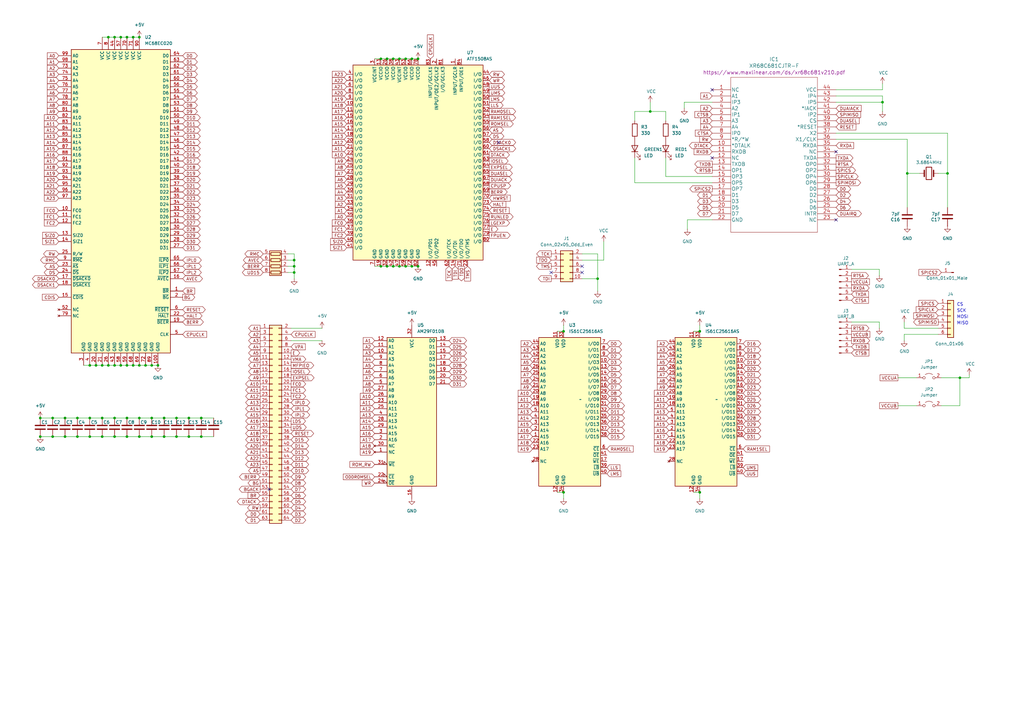
<source format=kicad_sch>
(kicad_sch (version 20250114) (generator "eeschema") (generator_version "9.0")
  (paper "A3")
  (title_block (title "Simple-68020") (company "Malcolm Harrow, 2024, MIT License"))
  (text "ADDRESS DECODER\n\nA18   A19       A20       A21       A22       A23     UDS       LDS   BOOT    LGEXP  RW    GND\nAS    EVENRAM   ODDRAM    EVENROM   ODDROM    IOSEL   EXPSEL    CPUSP PPDTACK DTACK  WR    VCC\n\n/EVENRAM  =  CPUSP * /AS * /UDS * BOOT * /A23 * /A22 * /A21 * /A20\n/ODDRAM   =  CPUSP * /AS * /LDS * BOOT * /A23 * /A22 * /A21 * /A20\n\n/EVENROM  =  CPUSP * /AS * /UDS * A23 * A22 * A21 * /A20\n          +  CPUSP * /AS * /UDS * /BOOT\n/ODDROM   =  CPUSP * /AS * /LDS * A23 * A22 * A21 * /A20\n          +  CPUSP * /AS * /LDS * /BOOT\n\n/IOSEL    =  CPUSP * A23 * A22 * A21 * A20\n\n/EXPSEL   =  CPUSP * /AS * A23 * /A21\n          +  CPUSP * /AS * /A23 * A22\n          +  CPUSP * /AS * /A23 * A20\n          +  CPUSP * /AS * /A22 * A21\n\n/PPDTACK  =  CPUSP * /EVENROM\n          +  CPUSP * /ODDROM\n          +  CPUSP * /EVENRAM\n          +  CPUSP * /ODDRAM\n          +  CPUSP * /LGEXP * /EXPSEL\n\n/WR       = RW\n\nDTACK.T   = GND\nDTACK.E   = /PPDTACK" (at 434.594 -29.464 0) (effects (font (size 1.27 1.27)) (justify left)))
  (text "MOSI" (at 392.43 130.81 0) (effects (font (size 1.27 1.27)) (justify left bottom)))
  (text "CS" (at 392.43 125.73 0) (effects (font (size 1.27 1.27)) (justify left bottom)))
  (text "WATCHDOG\n\nCLK    AS     CPUSP  A19    A18     A16     A17     NC     NC     NC     NC     GND\n/OE    AX4M   AX2M   AX1M   WDQ0    WDQ1    WDQ2    WDQ3   WDEN   PBERR  BERR   VCC\n\nAX4M.R  = /AX4M\n\nAX2M.R  = /AX4M *  AX2M\n        +  AX4M * /AX2M\n\nAX1M.R  =  AX1M * /AX2M\n        +  AX1M * /AX4M\n        + /AX1M *  AX2M *  AX4M\n\nWDEN    = /AS\n        + /CPUSP * A19\n\nWDQ0.R  =  WDEN *  WDQ0 * /AX1M\n        +  WDEN *  WDQ0 * /AX2M\n        +  WDEN *  WDQ0 * /AX4M\n        +  WDEN * /WDQ0 *  AX1M *  AX2M *  AX4M\n\nWDQ1.R  =  WDEN *  WDQ1 * /WDQ0\n        +  WDEN *  WDQ1 * /AX1M\n        +  WDEN *  WDQ1 * /AX2M\n        +  WDEN *  WDQ1 * /AX4M\n        +  WDEN * /WDQ1 *  WDQ0 *  AX1M *  AX2M *  AX4M\n\nWDQ2.R  =  WDEN *  WDQ2 * /WDQ1\n        +  WDEN *  WDQ2 * /WDQ0\n        +  WDEN *  WDQ2 * /AX1M\n        +  WDEN *  WDQ2 * /AX2M\n        +  WDEN *  WDQ2 * /AX4M\n        +  WDEN * /WDQ2 *  WDQ1 *  WDQ0 *  AX1M *  AX2M *  AX4M\n\nWDQ3.R  =  WDEN *  WDQ3 * /WDQ2\n        +  WDEN *  WDQ3 * /WDQ1\n        +  WDEN *  WDQ3 * /WDQ0\n        +  WDEN *  WDQ3 * /AX1M\n        +  WDEN *  WDQ3 * /AX2M\n        +  WDEN *  WDQ3 * /AX4M\n        +  WDEN * /WDQ3 *  WDQ2 *  WDQ1 *  WDQ0 *  AX1M *  AX2M *  AX4M\n\nPBERR.R =  WDEN *  WDQ3\n        +  WDEN *  PBERR\n\nBERR.T  = GND\nBERR.E  = PBERR" (at 435.356 222.25 0) (effects (font (size 1.27 1.27)) (justify left)))
  (text "MISO" (at 392.43 133.35 0) (effects (font (size 1.27 1.27)) (justify left bottom)))
  (text "SCK" (at 392.43 128.27 0) (effects (font (size 1.27 1.27)) (justify left bottom)))
  (text "DUARTSEL\n\nA6    A7    A8    A9    A10   A11   A12    A13     A14   A15    A16   GND\nNC    A19   NC    A17   A18   LDS   IOSEL  DUASEL  NC    NC     NC    VCC\n\n/DUASEL     = /A6 * /A7 * /A8 * /A9 * /A10 * /A11 * /A12 * /A13 * /A14 * /A15 * /A16 * /A17 * /A18 * /A19 * /LDS * /IOSEL\n" (at 434.594 20.32 0) (effects (font (size 1.27 1.27)) (justify left)))
  (text "Glue       ; CPU glue logic for Classic 68020 edition\n\nClock DS    SIZ0    SIZ1    A0    AS   NC    NC    NC   GND\n/OE   NC    LDS     UDS     QX    Q3   Q2    Q1    Q0   VCC\n\nQ0.R = /QX * /Q0\n\n\nQ1.R = /QX * /Q1 *  Q0\n     + /QX *  Q1 * /Q0\n\n\nQ2.R = /QX *  Q2 * /Q1\n     + /QX *  Q2 * /Q0\n     + /QX * /Q2 *  Q1 *  Q0\n\n\nQ3.R = /QX *  Q3\n     +  QX * /Q3\n\n\nQX.R = /Q3 *  Q2 * /Q1 * /Q0\n     +  Q3 * /Q2 *  Q1 * /Q0\n\n\n/UDS = /DS * /A0\n/LDS = /DS *  A0 \n     + /DS * /SIZ0 \n     + /DS *  SIZ1 " (at 435.356 126.746 0) (effects (font (size 1.27 1.27)) (justify left)))
  (text "GLUE\n\nAS   IOSEL   HWRST  FC2    FC1     FC0   A1    A2    A3     A19      A18    GND\nA17  A16     HALT   RESET  RUNLED  BQ0   BQ1   BQ2   BOOT   CPUSP    DUIACK VCC\n\nHALT.T  =  GND\nHALT.E  =  HWRST\n\nRESET.T =  GND\nRESET.E =  HWRST\n\nRUNLED  = /HALT\n\nAR      = /HALT * /RESET\nBQ0.R   = HALT + RESET              ; High after one memory cycle\nBQ1.R   = HALT * BQ0 + RESET * BQ0  ; High after two memory cycles\nBQ2.R   = HALT * BQ1 + RESET * BQ1  ; High after three memory cycles\nBOOT.R  = HALT * BQ2 + RESET * BQ2  ; High after four memory cycles\n\n/CPUSP  = /HWRST * FC0 * FC1 * FC2\n/DUIACK = /HWRST * FC0 * FC1 * FC2 * /AS * /A1 * /A2 * A3 * A19" (at 434.594 61.468 0) (effects (font (size 1.27 1.27)) (justify left)))
  (junction (at 120.65 111.76))
  (junction (at 72.39 179.07))
  (junction (at 41.91 179.07))
  (junction (at 287.02 135.89))
  (junction (at 49.53 149.86))
  (junction (at 231.14 201.93))
  (junction (at 82.55 171.45))
  (junction (at 161.29 109.22))
  (junction (at 44.45 15.24))
  (junction (at 26.67 171.45))
  (junction (at 26.67 179.07))
  (junction (at 46.99 149.86))
  (junction (at 156.21 109.22))
  (junction (at 171.45 24.13))
  (junction (at 46.99 171.45))
  (junction (at 67.31 179.07))
  (junction (at 163.83 24.13))
  (junction (at 82.55 179.07))
  (junction (at 120.65 109.22))
  (junction (at 59.69 149.86))
  (junction (at 57.15 179.07))
  (junction (at 16.51 179.07))
  (junction (at 158.75 109.22))
  (junction (at 120.65 106.68))
  (junction (at 36.83 179.07))
  (junction (at 266.7 45.72))
  (junction (at 31.75 179.07))
  (junction (at 72.39 171.45))
  (junction (at 44.45 149.86))
  (junction (at 372.11 71.12))
  (junction (at 361.95 41.91))
  (junction (at 39.37 149.86))
  (junction (at 54.61 15.24))
  (junction (at 158.75 24.13))
  (junction (at 168.91 109.22))
  (junction (at 41.91 149.86))
  (junction (at 171.45 109.22))
  (junction (at 52.07 179.07))
  (junction (at 54.61 149.86))
  (junction (at 49.53 15.24))
  (junction (at 36.83 149.86))
  (junction (at 41.91 171.45))
  (junction (at 62.23 149.86))
  (junction (at 163.83 109.22))
  (junction (at 161.29 24.13))
  (junction (at 62.23 171.45))
  (junction (at 388.62 71.12))
  (junction (at 287.02 201.93))
  (junction (at 168.91 24.13))
  (junction (at 166.37 109.22))
  (junction (at 52.07 171.45))
  (junction (at 67.31 171.45))
  (junction (at 77.47 171.45))
  (junction (at 245.11 114.3))
  (junction (at 36.83 171.45))
  (junction (at 57.15 15.24))
  (junction (at 16.51 171.45))
  (junction (at 231.14 135.89))
  (junction (at 156.21 24.13))
  (junction (at 57.15 149.86))
  (junction (at 77.47 179.07))
  (junction (at 21.59 179.07))
  (junction (at 166.37 24.13))
  (junction (at 62.23 179.07))
  (junction (at 57.15 171.45))
  (junction (at 21.59 171.45))
  (junction (at 31.75 171.45))
  (junction (at 64.77 149.86))
  (junction (at 46.99 15.24))
  (junction (at 52.07 15.24))
  (junction (at 52.07 149.86))
  (junction (at 393.7 154.94))
  (junction (at 46.99 179.07))
  (no_connect (at 342.9 90.17))
  (no_connect (at 204.47 58.42))
  (no_connect (at 238.76 111.76))
  (no_connect (at 238.76 109.22))
  (no_connect (at 292.1 64.77))
  (no_connect (at 292.1 36.83))
  (no_connect (at 226.06 111.76))
  (no_connect (at 342.9 62.23))
  (no_connect (at 110.49 200.66))
  (wire (pts (xy 287.02 201.93) (xy 287.02 204.47)))
  (wire (pts (xy 349.25 132.08) (xy 360.68 132.08)))
  (wire (pts (xy 62.23 179.07) (xy 67.31 179.07)))
  (wire (pts (xy 120.65 111.76) (xy 120.65 109.22)))
  (wire (pts (xy 247.65 106.68) (xy 238.76 106.68)))
  (wire (pts (xy 72.39 179.07) (xy 77.47 179.07)))
  (wire (pts (xy 287.02 133.35) (xy 287.02 135.89)))
  (wire (pts (xy 284.48 135.89) (xy 287.02 135.89)))
  (wire (pts (xy 153.67 24.13) (xy 156.21 24.13)))
  (wire (pts (xy 386.08 154.94) (xy 393.7 154.94)))
  (wire (pts (xy 118.11 109.22) (xy 120.65 109.22)))
  (wire (pts (xy 41.91 15.24) (xy 44.45 15.24)))
  (wire (pts (xy 245.11 114.3) (xy 245.11 119.38)))
  (wire (pts (xy 370.84 134.62) (xy 370.84 132.08)))
  (wire (pts (xy 77.47 179.07) (xy 82.55 179.07)))
  (wire (pts (xy 342.9 41.91) (xy 361.95 41.91)))
  (wire (pts (xy 49.53 15.24) (xy 52.07 15.24)))
  (wire (pts (xy 54.61 149.86) (xy 57.15 149.86)))
  (wire (pts (xy 245.11 104.14) (xy 245.11 114.3)))
  (wire (pts (xy 119.38 134.62) (xy 132.08 134.62)))
  (wire (pts (xy 36.83 179.07) (xy 41.91 179.07)))
  (wire (pts (xy 153.67 109.22) (xy 156.21 109.22)))
  (wire (pts (xy 67.31 179.07) (xy 72.39 179.07)))
  (wire (pts (xy 247.65 99.06) (xy 247.65 106.68)))
  (wire (pts (xy 36.83 171.45) (xy 41.91 171.45)))
  (wire (pts (xy 16.51 171.45) (xy 21.59 171.45)))
  (wire (pts (xy 120.65 106.68) (xy 120.65 104.14)))
  (wire (pts (xy 161.29 109.22) (xy 163.83 109.22)))
  (wire (pts (xy 238.76 104.14) (xy 245.11 104.14)))
  (wire (pts (xy 231.14 201.93) (xy 231.14 204.47)))
  (wire (pts (xy 377.19 71.12) (xy 372.11 71.12)))
  (wire (pts (xy 273.05 45.72) (xy 266.7 45.72)))
  (wire (pts (xy 166.37 109.22) (xy 168.91 109.22)))
  (wire (pts (xy 281.94 90.17) (xy 281.94 93.98)))
  (wire (pts (xy 36.83 149.86) (xy 39.37 149.86)))
  (wire (pts (xy 118.11 104.14) (xy 120.65 104.14)))
  (wire (pts (xy 57.15 171.45) (xy 62.23 171.45)))
  (wire (pts (xy 166.37 24.13) (xy 168.91 24.13)))
  (wire (pts (xy 370.84 137.16) (xy 370.84 139.7)))
  (wire (pts (xy 342.9 57.15) (xy 372.11 57.15)))
  (wire (pts (xy 163.83 109.22) (xy 166.37 109.22)))
  (wire (pts (xy 44.45 15.24) (xy 46.99 15.24)))
  (wire (pts (xy 52.07 149.86) (xy 54.61 149.86)))
  (wire (pts (xy 120.65 109.22) (xy 120.65 106.68)))
  (wire (pts (xy 156.21 109.22) (xy 158.75 109.22)))
  (wire (pts (xy 384.81 137.16) (xy 370.84 137.16)))
  (wire (pts (xy 16.51 179.07) (xy 21.59 179.07)))
  (wire (pts (xy 397.51 153.67) (xy 397.51 154.94)))
  (wire (pts (xy 52.07 15.24) (xy 54.61 15.24)))
  (wire (pts (xy 368.3 154.94) (xy 375.92 154.94)))
  (wire (pts (xy 44.45 149.86) (xy 46.99 149.86)))
  (wire (pts (xy 393.7 166.37) (xy 393.7 154.94)))
  (wire (pts (xy 168.91 24.13) (xy 171.45 24.13)))
  (wire (pts (xy 31.75 179.07) (xy 36.83 179.07)))
  (wire (pts (xy 388.62 54.61) (xy 342.9 54.61)))
  (wire (pts (xy 238.76 114.3) (xy 245.11 114.3)))
  (wire (pts (xy 361.95 41.91) (xy 361.95 45.72)))
  (wire (pts (xy 46.99 15.24) (xy 49.53 15.24)))
  (wire (pts (xy 386.08 166.37) (xy 393.7 166.37)))
  (wire (pts (xy 82.55 179.07) (xy 87.63 179.07)))
  (wire (pts (xy 368.3 166.37) (xy 375.92 166.37)))
  (wire (pts (xy 231.14 133.35) (xy 231.14 135.89)))
  (wire (pts (xy 26.67 179.07) (xy 31.75 179.07)))
  (wire (pts (xy 280.67 41.91) (xy 280.67 44.45)))
  (wire (pts (xy 292.1 90.17) (xy 281.94 90.17)))
  (wire (pts (xy 361.95 39.37) (xy 361.95 41.91)))
  (wire (pts (xy 384.81 71.12) (xy 388.62 71.12)))
  (wire (pts (xy 120.65 114.3) (xy 120.65 111.76)))
  (wire (pts (xy 168.91 109.22) (xy 171.45 109.22)))
  (wire (pts (xy 361.95 36.83) (xy 361.95 34.29)))
  (wire (pts (xy 57.15 149.86) (xy 59.69 149.86)))
  (wire (pts (xy 118.11 106.68) (xy 120.65 106.68)))
  (wire (pts (xy 31.75 171.45) (xy 36.83 171.45)))
  (wire (pts (xy 156.21 24.13) (xy 158.75 24.13)))
  (wire (pts (xy 26.67 171.45) (xy 31.75 171.45)))
  (wire (pts (xy 46.99 149.86) (xy 49.53 149.86)))
  (wire (pts (xy 57.15 179.07) (xy 62.23 179.07)))
  (wire (pts (xy 46.99 179.07) (xy 52.07 179.07)))
  (wire (pts (xy 34.29 149.86) (xy 36.83 149.86)))
  (wire (pts (xy 59.69 149.86) (xy 62.23 149.86)))
  (wire (pts (xy 292.1 72.39) (xy 273.05 72.39)))
  (wire (pts (xy 228.6 201.93) (xy 231.14 201.93)))
  (wire (pts (xy 46.99 171.45) (xy 52.07 171.45)))
  (wire (pts (xy 77.47 171.45) (xy 82.55 171.45)))
  (wire (pts (xy 360.68 132.08) (xy 360.68 134.62)))
  (wire (pts (xy 273.05 72.39) (xy 273.05 64.77)))
  (wire (pts (xy 67.31 171.45) (xy 72.39 171.45)))
  (wire (pts (xy 158.75 24.13) (xy 161.29 24.13)))
  (wire (pts (xy 161.29 24.13) (xy 163.83 24.13)))
  (wire (pts (xy 273.05 49.53) (xy 273.05 45.72)))
  (wire (pts (xy 52.07 179.07) (xy 57.15 179.07)))
  (wire (pts (xy 342.9 36.83) (xy 361.95 36.83)))
  (wire (pts (xy 49.53 149.86) (xy 52.07 149.86)))
  (wire (pts (xy 118.11 111.76) (xy 120.65 111.76)))
  (wire (pts (xy 62.23 149.86) (xy 64.77 149.86)))
  (wire (pts (xy 388.62 85.09) (xy 388.62 71.12)))
  (wire (pts (xy 163.83 24.13) (xy 166.37 24.13)))
  (wire (pts (xy 292.1 41.91) (xy 280.67 41.91)))
  (wire (pts (xy 158.75 109.22) (xy 161.29 109.22)))
  (wire (pts (xy 39.37 149.86) (xy 41.91 149.86)))
  (wire (pts (xy 62.23 171.45) (xy 67.31 171.45)))
  (wire (pts (xy 260.35 74.93) (xy 260.35 64.77)))
  (wire (pts (xy 82.55 171.45) (xy 87.63 171.45)))
  (wire (pts (xy 21.59 179.07) (xy 26.67 179.07)))
  (wire (pts (xy 292.1 74.93) (xy 260.35 74.93)))
  (wire (pts (xy 266.7 45.72) (xy 266.7 41.91)))
  (wire (pts (xy 41.91 179.07) (xy 46.99 179.07)))
  (wire (pts (xy 384.81 134.62) (xy 370.84 134.62)))
  (wire (pts (xy 349.25 110.49) (xy 360.68 110.49)))
  (wire (pts (xy 41.91 149.86) (xy 44.45 149.86)))
  (wire (pts (xy 260.35 45.72) (xy 266.7 45.72)))
  (wire (pts (xy 41.91 171.45) (xy 46.99 171.45)))
  (wire (pts (xy 52.07 171.45) (xy 57.15 171.45)))
  (wire (pts (xy 388.62 54.61) (xy 388.62 71.12)))
  (wire (pts (xy 372.11 57.15) (xy 372.11 71.12)))
  (wire (pts (xy 54.61 15.24) (xy 57.15 15.24)))
  (wire (pts (xy 21.59 171.45) (xy 26.67 171.45)))
  (wire (pts (xy 393.7 154.94) (xy 397.51 154.94)))
  (wire (pts (xy 342.9 39.37) (xy 361.95 39.37)))
  (wire (pts (xy 284.48 201.93) (xy 287.02 201.93)))
  (wire (pts (xy 119.38 139.7) (xy 132.08 139.7)))
  (wire (pts (xy 260.35 49.53) (xy 260.35 45.72)))
  (wire (pts (xy 72.39 171.45) (xy 77.47 171.45)))
  (wire (pts (xy 360.68 110.49) (xy 360.68 113.03)))
  (wire (pts (xy 228.6 135.89) (xy 231.14 135.89)))
  (wire (pts (xy 372.11 71.12) (xy 372.11 85.09)))
  (global_label "RAM0SEL" (shape input) (at 248.92 184.15 0) (property "Intersheetrefs" "${INTERSHEET_REFS}" (effects (hide yes))))
  (global_label "D25" (shape bidirectional) (at 184.15 142.24 0) (property "Intersheetrefs" "${INTERSHEET_REFS}" (effects (hide yes))))
  (global_label "DS" (shape bidirectional) (at 200.66 55.88 0) (property "Intersheetrefs" "${INTERSHEET_REFS}" (effects (hide yes))))
  (global_label "A15" (shape input) (at 218.44 173.99 180) (property "Intersheetrefs" "${INTERSHEET_REFS}" (effects (hide yes))))
  (global_label "A16" (shape output) (at 106.68 172.72 180) (property "Intersheetrefs" "${INTERSHEET_REFS}" (effects (hide yes))))
  (global_label "VMA" (shape output) (at 119.38 147.32 0) (property "Intersheetrefs" "${INTERSHEET_REFS}" (effects (hide yes))))
  (global_label "A13" (shape input) (at 274.32 168.91 180) (property "Intersheetrefs" "${INTERSHEET_REFS}" (effects (hide yes))))
  (global_label "A0" (shape input) (at 142.24 88.9 180) (property "Intersheetrefs" "${INTERSHEET_REFS}" (effects (hide yes))))
  (global_label "D0" (shape bidirectional) (at 342.9 77.47 0) (property "Intersheetrefs" "${INTERSHEET_REFS}" (effects (hide yes))))
  (global_label "A16" (shape input) (at 24.13 63.5 180) (property "Intersheetrefs" "${INTERSHEET_REFS}" (effects (hide yes))))
  (global_label "BR" (shape input) (at 106.68 203.2 180) (property "Intersheetrefs" "${INTERSHEET_REFS}" (effects (hide yes))))
  (global_label "A6" (shape input) (at 24.13 38.1 180) (property "Intersheetrefs" "${INTERSHEET_REFS}" (effects (hide yes))))
  (global_label "D28" (shape bidirectional) (at 304.8 171.45 0) (property "Intersheetrefs" "${INTERSHEET_REFS}" (effects (hide yes))))
  (global_label "D5" (shape bidirectional) (at 119.38 205.74 0) (property "Intersheetrefs" "${INTERSHEET_REFS}" (effects (hide yes))))
  (global_label "D8" (shape bidirectional) (at 74.93 43.18 0) (property "Intersheetrefs" "${INTERSHEET_REFS}" (effects (hide yes))))
  (global_label "D3" (shape bidirectional) (at 74.93 30.48 0) (property "Intersheetrefs" "${INTERSHEET_REFS}" (effects (hide yes))))
  (global_label "VCCUB" (shape passive) (at 368.3 166.37 180) (property "Intersheetrefs" "${INTERSHEET_REFS}" (effects (hide yes))))
  (global_label "A13" (shape input) (at 218.44 168.91 180) (property "Intersheetrefs" "${INTERSHEET_REFS}" (effects (hide yes))))
  (global_label "A17" (shape output) (at 106.68 175.26 180) (property "Intersheetrefs" "${INTERSHEET_REFS}" (effects (hide yes))))
  (global_label "AVEC" (shape bidirectional) (at 107.95 106.68 180) (property "Intersheetrefs" "${INTERSHEET_REFS}" (effects (hide yes))))
  (global_label "A13" (shape output) (at 106.68 165.1 180) (property "Intersheetrefs" "${INTERSHEET_REFS}" (effects (hide yes))))
  (global_label "D12" (shape bidirectional) (at 119.38 187.96 0) (property "Intersheetrefs" "${INTERSHEET_REFS}" (effects (hide yes))))
  (global_label "DTACK" (shape output) (at 200.66 63.5 0) (property "Intersheetrefs" "${INTERSHEET_REFS}" (effects (hide yes))))
  (global_label "D7" (shape bidirectional) (at 248.92 158.75 0) (property "Intersheetrefs" "${INTERSHEET_REFS}" (effects (hide yes))))
  (global_label "D11" (shape bidirectional) (at 119.38 190.5 0) (property "Intersheetrefs" "${INTERSHEET_REFS}" (effects (hide yes))))
  (global_label "D29" (shape bidirectional) (at 304.8 173.99 0) (property "Intersheetrefs" "${INTERSHEET_REFS}" (effects (hide yes))))
  (global_label "D15" (shape bidirectional) (at 119.38 180.34 0) (property "Intersheetrefs" "${INTERSHEET_REFS}" (effects (hide yes))))
  (global_label "A18" (shape input) (at 24.13 68.58 180) (property "Intersheetrefs" "${INTERSHEET_REFS}" (effects (hide yes))))
  (global_label "D13" (shape bidirectional) (at 248.92 173.99 0) (property "Intersheetrefs" "${INTERSHEET_REFS}" (effects (hide yes))))
  (global_label "FC2" (shape output) (at 119.38 162.56 0) (property "Intersheetrefs" "${INTERSHEET_REFS}" (effects (hide yes))))
  (global_label "TDO" (shape input) (at 226.06 106.68 180) (property "Intersheetrefs" "${INTERSHEET_REFS}" (effects (hide yes))))
  (global_label "RW" (shape input) (at 292.1 57.15 180) (property "Intersheetrefs" "${INTERSHEET_REFS}" (effects (hide yes))))
  (global_label "VPA" (shape input) (at 119.38 142.24 0) (property "Intersheetrefs" "${INTERSHEET_REFS}" (effects (hide yes))))
  (global_label "RXDB" (shape output) (at 349.25 139.7 0) (property "Intersheetrefs" "${INTERSHEET_REFS}" (effects (hide yes))))
  (global_label "DUAIRQ" (shape tri_state) (at 342.9 87.63 0) (property "Intersheetrefs" "${INTERSHEET_REFS}" (effects (hide yes))))
  (global_label "BR" (shape input) (at 74.93 119.38 0) (property "Intersheetrefs" "${INTERSHEET_REFS}" (effects (hide yes))))
  (global_label "D6" (shape bidirectional) (at 119.38 203.2 0) (property "Intersheetrefs" "${INTERSHEET_REFS}" (effects (hide yes))))
  (global_label "LMS" (shape output) (at 200.66 40.64 0) (property "Intersheetrefs" "${INTERSHEET_REFS}" (effects (hide yes))))
  (global_label "A2" (shape input) (at 153.67 142.24 180) (property "Intersheetrefs" "${INTERSHEET_REFS}" (effects (hide yes))))
  (global_label "SPICS" (shape input) (at 384.81 124.46 180) (property "Intersheetrefs" "${INTERSHEET_REFS}" (effects (hide yes))))
  (global_label "LGEXP" (shape output) (at 200.66 91.44 0) (property "Intersheetrefs" "${INTERSHEET_REFS}" (effects (hide yes))))
  (global_label "A5" (shape input) (at 274.32 148.59 180) (property "Intersheetrefs" "${INTERSHEET_REFS}" (effects (hide yes))))
  (global_label "BERR" (shape output) (at 200.66 78.74 0) (property "Intersheetrefs" "${INTERSHEET_REFS}" (effects (hide yes))))
  (global_label "A22" (shape output) (at 106.68 187.96 180) (property "Intersheetrefs" "${INTERSHEET_REFS}" (effects (hide yes))))
  (global_label "D1" (shape bidirectional) (at 106.68 213.36 180) (property "Intersheetrefs" "${INTERSHEET_REFS}" (effects (hide yes))))
  (global_label "A8" (shape input) (at 153.67 157.48 180) (property "Intersheetrefs" "${INTERSHEET_REFS}" (effects (hide yes))))
  (global_label "A20" (shape input) (at 24.13 73.66 180) (property "Intersheetrefs" "${INTERSHEET_REFS}" (effects (hide yes))))
  (global_label "SPICLK" (shape output) (at 342.9 72.39 0) (property "Intersheetrefs" "${INTERSHEET_REFS}" (effects (hide yes))))
  (global_label "BERR" (shape bidirectional) (at 74.93 132.08 0) (property "Intersheetrefs" "${INTERSHEET_REFS}" (effects (hide yes))))
  (global_label "D19" (shape bidirectional) (at 74.93 71.12 0) (property "Intersheetrefs" "${INTERSHEET_REFS}" (effects (hide yes))))
  (global_label "D9" (shape bidirectional) (at 248.92 163.83 0) (property "Intersheetrefs" "${INTERSHEET_REFS}" (effects (hide yes))))
  (global_label "A17" (shape input) (at 153.67 180.34 180) (property "Intersheetrefs" "${INTERSHEET_REFS}" (effects (hide yes))))
  (global_label "RTSA" (shape output) (at 342.9 67.31 0) (property "Intersheetrefs" "${INTERSHEET_REFS}" (effects (hide yes))))
  (global_label "CPUCLK" (shape input) (at 74.93 137.16 0) (property "Intersheetrefs" "${INTERSHEET_REFS}" (effects (hide yes))))
  (global_label "A10" (shape input) (at 24.13 48.26 180) (property "Intersheetrefs" "${INTERSHEET_REFS}" (effects (hide yes))))
  (global_label "D27" (shape bidirectional) (at 304.8 168.91 0) (property "Intersheetrefs" "${INTERSHEET_REFS}" (effects (hide yes))))
  (global_label "AVEC" (shape bidirectional) (at 74.93 114.3 0) (property "Intersheetrefs" "${INTERSHEET_REFS}" (effects (hide yes))))
  (global_label "A4" (shape input) (at 24.13 33.02 180) (property "Intersheetrefs" "${INTERSHEET_REFS}" (effects (hide yes))))
  (global_label "A15" (shape output) (at 106.68 170.18 180) (property "Intersheetrefs" "${INTERSHEET_REFS}" (effects (hide yes))))
  (global_label "D24" (shape bidirectional) (at 304.8 161.29 0) (property "Intersheetrefs" "${INTERSHEET_REFS}" (effects (hide yes))))
  (global_label "FPUEN" (shape output) (at 200.66 96.52 0) (property "Intersheetrefs" "${INTERSHEET_REFS}" (effects (hide yes))))
  (global_label "A3" (shape input) (at 274.32 143.51 180) (property "Intersheetrefs" "${INTERSHEET_REFS}" (effects (hide yes))))
  (global_label "RESET" (shape bidirectional) (at 119.38 177.8 0) (property "Intersheetrefs" "${INTERSHEET_REFS}" (effects (hide yes))))
  (global_label "D25" (shape bidirectional) (at 74.93 86.36 0) (property "Intersheetrefs" "${INTERSHEET_REFS}" (effects (hide yes))))
  (global_label "A11" (shape input) (at 274.32 163.83 180) (property "Intersheetrefs" "${INTERSHEET_REFS}" (effects (hide yes))))
  (global_label "TXDB" (shape output) (at 292.1 67.31 180) (property "Intersheetrefs" "${INTERSHEET_REFS}" (effects (hide yes))))
  (global_label "A0" (shape input) (at 24.13 22.86 180) (property "Intersheetrefs" "${INTERSHEET_REFS}" (effects (hide yes))))
  (global_label "UMS" (shape output) (at 200.66 38.1 0) (property "Intersheetrefs" "${INTERSHEET_REFS}" (effects (hide yes))))
  (global_label "TDI" (shape output) (at 226.06 114.3 180) (property "Intersheetrefs" "${INTERSHEET_REFS}" (effects (hide yes))))
  (global_label "A12" (shape output) (at 106.68 162.56 180) (property "Intersheetrefs" "${INTERSHEET_REFS}" (effects (hide yes))))
  (global_label "D30" (shape bidirectional) (at 74.93 99.06 0) (property "Intersheetrefs" "${INTERSHEET_REFS}" (effects (hide yes))))
  (global_label "CPUCLK" (shape input) (at 119.38 137.16 0) (property "Intersheetrefs" "${INTERSHEET_REFS}" (effects (hide yes))))
  (global_label "A6" (shape input) (at 218.44 151.13 180) (property "Intersheetrefs" "${INTERSHEET_REFS}" (effects (hide yes))))
  (global_label "DUAIACK" (shape input) (at 342.9 44.45 0) (property "Intersheetrefs" "${INTERSHEET_REFS}" (effects (hide yes))))
  (global_label "A2" (shape input) (at 142.24 83.82 180) (property "Intersheetrefs" "${INTERSHEET_REFS}" (effects (hide yes))))
  (global_label "LLS" (shape output) (at 200.66 43.18 0) (property "Intersheetrefs" "${INTERSHEET_REFS}" (effects (hide yes))))
  (global_label "D24" (shape bidirectional) (at 184.15 139.7 0) (property "Intersheetrefs" "${INTERSHEET_REFS}" (effects (hide yes))))
  (global_label "HALT" (shape input) (at 200.66 83.82 0) (property "Intersheetrefs" "${INTERSHEET_REFS}" (effects (hide yes))))
  (global_label "A17" (shape input) (at 24.13 66.04 180) (property "Intersheetrefs" "${INTERSHEET_REFS}" (effects (hide yes))))
  (global_label "RUNLED" (shape output) (at 200.66 88.9 0) (property "Intersheetrefs" "${INTERSHEET_REFS}" (effects (hide yes))))
  (global_label "A14" (shape input) (at 142.24 53.34 180) (property "Intersheetrefs" "${INTERSHEET_REFS}" (effects (hide yes))))
  (global_label "D2" (shape bidirectional) (at 248.92 146.05 0) (property "Intersheetrefs" "${INTERSHEET_REFS}" (effects (hide yes))))
  (global_label "AS" (shape output) (at 106.68 193.04 180) (property "Intersheetrefs" "${INTERSHEET_REFS}" (effects (hide yes))))
  (global_label "D31" (shape bidirectional) (at 74.93 101.6 0) (property "Intersheetrefs" "${INTERSHEET_REFS}" (effects (hide yes))))
  (global_label "D5" (shape bidirectional) (at 248.92 153.67 0) (property "Intersheetrefs" "${INTERSHEET_REFS}" (effects (hide yes))))
  (global_label "D26" (shape bidirectional) (at 74.93 88.9 0) (property "Intersheetrefs" "${INTERSHEET_REFS}" (effects (hide yes))))
  (global_label "A2" (shape input) (at 218.44 140.97 180) (property "Intersheetrefs" "${INTERSHEET_REFS}" (effects (hide yes))))
  (global_label "A15" (shape input) (at 274.32 173.99 180) (property "Intersheetrefs" "${INTERSHEET_REFS}" (effects (hide yes))))
  (global_label "SIZ1" (shape input) (at 24.13 99.06 180) (property "Intersheetrefs" "${INTERSHEET_REFS}" (effects (hide yes))))
  (global_label "BERR" (shape bidirectional) (at 107.95 109.22 180) (property "Intersheetrefs" "${INTERSHEET_REFS}" (effects (hide yes))))
  (global_label "A11" (shape input) (at 142.24 60.96 180) (property "Intersheetrefs" "${INTERSHEET_REFS}" (effects (hide yes))))
  (global_label "A4" (shape output) (at 106.68 142.24 180) (property "Intersheetrefs" "${INTERSHEET_REFS}" (effects (hide yes))))
  (global_label "D13" (shape bidirectional) (at 119.38 185.42 0) (property "Intersheetrefs" "${INTERSHEET_REFS}" (effects (hide yes))))
  (global_label "A9" (shape input) (at 153.67 160.02 180) (property "Intersheetrefs" "${INTERSHEET_REFS}" (effects (hide yes))))
  (global_label "D3" (shape bidirectional) (at 248.92 148.59 0) (property "Intersheetrefs" "${INTERSHEET_REFS}" (effects (hide yes))))
  (global_label "DUASEL" (shape output) (at 200.66 71.12 0) (property "Intersheetrefs" "${INTERSHEET_REFS}" (effects (hide yes))))
  (global_label "A19" (shape input) (at 274.32 184.15 180) (property "Intersheetrefs" "${INTERSHEET_REFS}" (effects (hide yes))))
  (global_label "FC0" (shape output) (at 119.38 157.48 0) (property "Intersheetrefs" "${INTERSHEET_REFS}" (effects (hide yes))))
  (global_label "E" (shape output) (at 200.66 93.98 0) (property "Intersheetrefs" "${INTERSHEET_REFS}" (effects (hide yes))))
  (global_label "D5" (shape bidirectional) (at 292.1 85.09 180) (property "Intersheetrefs" "${INTERSHEET_REFS}" (effects (hide yes))))
  (global_label "RESET" (shape bidirectional) (at 74.93 127 0) (property "Intersheetrefs" "${INTERSHEET_REFS}" (effects (hide yes))))
  (global_label "D28" (shape bidirectional) (at 184.15 149.86 0) (property "Intersheetrefs" "${INTERSHEET_REFS}" (effects (hide yes))))
  (global_label "A11" (shape output) (at 106.68 160.02 180) (property "Intersheetrefs" "${INTERSHEET_REFS}" (effects (hide yes))))
  (global_label "TMS" (shape output) (at 226.06 109.22 180) (property "Intersheetrefs" "${INTERSHEET_REFS}" (effects (hide yes))))
  (global_label "UMS" (shape input) (at 304.8 191.77 0) (effects (font (size 1.1938 1.1938))) (property "Intersheetrefs" "${INTERSHEET_REFS}" (effects (hide yes))))
  (global_label "D27" (shape bidirectional) (at 74.93 91.44 0) (property "Intersheetrefs" "${INTERSHEET_REFS}" (effects (hide yes))))
  (global_label "D2" (shape bidirectional) (at 74.93 27.94 0) (property "Intersheetrefs" "${INTERSHEET_REFS}" (effects (hide yes))))
  (global_label "A11" (shape input) (at 153.67 165.1 180) (property "Intersheetrefs" "${INTERSHEET_REFS}" (effects (hide yes))))
  (global_label "A4" (shape input) (at 142.24 78.74 180) (property "Intersheetrefs" "${INTERSHEET_REFS}" (effects (hide yes))))
  (global_label "D15" (shape bidirectional) (at 74.93 60.96 0) (property "Intersheetrefs" "${INTERSHEET_REFS}" (effects (hide yes))))
  (global_label "D10" (shape bidirectional) (at 74.93 48.26 0) (property "Intersheetrefs" "${INTERSHEET_REFS}" (effects (hide yes))))
  (global_label "D3" (shape bidirectional) (at 119.38 210.82 0) (property "Intersheetrefs" "${INTERSHEET_REFS}" (effects (hide yes))))
  (global_label "D1" (shape bidirectional) (at 74.93 25.4 0) (property "Intersheetrefs" "${INTERSHEET_REFS}" (effects (hide yes))))
  (global_label "D26" (shape bidirectional) (at 184.15 144.78 0) (property "Intersheetrefs" "${INTERSHEET_REFS}" (effects (hide yes))))
  (global_label "FC1" (shape output) (at 119.38 160.02 0) (property "Intersheetrefs" "${INTERSHEET_REFS}" (effects (hide yes))))
  (global_label "A21" (shape input) (at 24.13 76.2 180) (property "Intersheetrefs" "${INTERSHEET_REFS}" (effects (hide yes))))
  (global_label "IPL0" (shape tri_state) (at 74.93 106.68 0) (property "Intersheetrefs" "${INTERSHEET_REFS}" (effects (hide yes))))
  (global_label "D9" (shape bidirectional) (at 74.93 45.72 0) (property "Intersheetrefs" "${INTERSHEET_REFS}" (effects (hide yes))))
  (global_label "D23" (shape bidirectional) (at 74.93 81.28 0) (property "Intersheetrefs" "${INTERSHEET_REFS}" (effects (hide yes))))
  (global_label "D14" (shape bidirectional) (at 119.38 182.88 0) (property "Intersheetrefs" "${INTERSHEET_REFS}" (effects (hide yes))))
  (global_label "DSACK0" (shape bidirectional) (at 24.13 114.3 180) (property "Intersheetrefs" "${INTERSHEET_REFS}" (effects (hide yes))))
  (global_label "TCK" (shape input) (at 184.15 109.22 270) (property "Intersheetrefs" "${INTERSHEET_REFS}" (effects (hide yes))))
  (global_label "DUIACK" (shape output) (at 200.66 73.66 0) (property "Intersheetrefs" "${INTERSHEET_REFS}" (effects (hide yes))))
  (global_label "D30" (shape bidirectional) (at 304.8 176.53 0) (property "Intersheetrefs" "${INTERSHEET_REFS}" (effects (hide yes))))
  (global_label "A6" (shape output) (at 106.68 147.32 180) (property "Intersheetrefs" "${INTERSHEET_REFS}" (effects (hide yes))))
  (global_label "D7" (shape bidirectional) (at 74.93 40.64 0) (property "Intersheetrefs" "${INTERSHEET_REFS}" (effects (hide yes))))
  (global_label "A9" (shape input) (at 218.44 158.75 180) (property "Intersheetrefs" "${INTERSHEET_REFS}" (effects (hide yes))))
  (global_label "D26" (shape bidirectional) (at 304.8 166.37 0) (property "Intersheetrefs" "${INTERSHEET_REFS}" (effects (hide yes))))
  (global_label "A18" (shape output) (at 106.68 177.8 180) (property "Intersheetrefs" "${INTERSHEET_REFS}" (effects (hide yes))))
  (global_label "D24" (shape bidirectional) (at 74.93 83.82 0) (property "Intersheetrefs" "${INTERSHEET_REFS}" (effects (hide yes))))
  (global_label "D6" (shape bidirectional) (at 248.92 156.21 0) (property "Intersheetrefs" "${INTERSHEET_REFS}" (effects (hide yes))))
  (global_label "A3" (shape input) (at 142.24 81.28 180) (property "Intersheetrefs" "${INTERSHEET_REFS}" (effects (hide yes))))
  (global_label "SIZ0" (shape input) (at 142.24 99.06 180) (property "Intersheetrefs" "${INTERSHEET_REFS}" (effects (hide yes))))
  (global_label "MFPIEO" (shape output) (at 119.38 149.86 0) (property "Intersheetrefs" "${INTERSHEET_REFS}" (effects (hide yes))))
  (global_label "A1" (shape output) (at 106.68 134.62 180) (property "Intersheetrefs" "${INTERSHEET_REFS}" (effects (hide yes))))
  (global_label "VCCUA" (shape passive) (at 368.3 154.94 180) (property "Intersheetrefs" "${INTERSHEET_REFS}" (effects (hide yes))))
  (global_label "A7" (shape input) (at 153.67 154.94 180) (property "Intersheetrefs" "${INTERSHEET_REFS}" (effects (hide yes))))
  (global_label "A9" (shape input) (at 142.24 66.04 180) (property "Intersheetrefs" "${INTERSHEET_REFS}" (effects (hide yes))))
  (global_label "CPUSP" (shape output) (at 200.66 76.2 0) (property "Intersheetrefs" "${INTERSHEET_REFS}" (effects (hide yes))))
  (global_label "SPIMOSI" (shape output) (at 342.9 74.93 0) (property "Intersheetrefs" "${INTERSHEET_REFS}" (effects (hide yes))))
  (global_label "D4" (shape bidirectional) (at 248.92 151.13 0) (property "Intersheetrefs" "${INTERSHEET_REFS}" (effects (hide yes))))
  (global_label "BG" (shape output) (at 74.93 121.92 0) (property "Intersheetrefs" "${INTERSHEET_REFS}" (effects (hide yes))))
  (global_label "A5" (shape input) (at 24.13 35.56 180) (property "Intersheetrefs" "${INTERSHEET_REFS}" (effects (hide yes))))
  (global_label "WR" (shape input) (at 153.67 198.12 180) (property "Intersheetrefs" "${INTERSHEET_REFS}" (effects (hide yes))))
  (global_label "RAM0SEL" (shape output) (at 200.66 45.72 0) (property "Intersheetrefs" "${INTERSHEET_REFS}" (effects (hide yes))))
  (global_label "D8" (shape bidirectional) (at 248.92 161.29 0) (property "Intersheetrefs" "${INTERSHEET_REFS}" (effects (hide yes))))
  (global_label "A6" (shape input) (at 153.67 152.4 180) (property "Intersheetrefs" "${INTERSHEET_REFS}" (effects (hide yes))))
  (global_label "FC0" (shape input) (at 24.13 86.36 180) (property "Intersheetrefs" "${INTERSHEET_REFS}" (effects (hide yes))))
  (global_label "A1" (shape input) (at 142.24 86.36 180) (property "Intersheetrefs" "${INTERSHEET_REFS}" (effects (hide yes))))
  (global_label "A17" (shape input) (at 218.44 179.07 180) (property "Intersheetrefs" "${INTERSHEET_REFS}" (effects (hide yes))))
  (global_label "A7" (shape input) (at 142.24 71.12 180) (property "Intersheetrefs" "${INTERSHEET_REFS}" (effects (hide yes))))
  (global_label "DTACK" (shape tri_state) (at 292.1 59.69 180) (property "Intersheetrefs" "${INTERSHEET_REFS}" (effects (hide yes))))
  (global_label "A19" (shape input) (at 218.44 184.15 180) (property "Intersheetrefs" "${INTERSHEET_REFS}" (effects (hide yes))))
  (global_label "A8" (shape input) (at 274.32 156.21 180) (property "Intersheetrefs" "${INTERSHEET_REFS}" (effects (hide yes))))
  (global_label "A1" (shape input) (at 292.1 39.37 180) (property "Intersheetrefs" "${INTERSHEET_REFS}" (effects (hide yes))))
  (global_label "WR" (shape bidirectional) (at 200.66 33.02 0) (property "Intersheetrefs" "${INTERSHEET_REFS}" (effects (hide yes))))
  (global_label "D4" (shape bidirectional) (at 342.9 82.55 0) (property "Intersheetrefs" "${INTERSHEET_REFS}" (effects (hide yes))))
  (global_label "D27" (shape bidirectional) (at 184.15 147.32 0) (property "Intersheetrefs" "${INTERSHEET_REFS}" (effects (hide yes))))
  (global_label "A23" (shape input) (at 142.24 30.48 180) (property "Intersheetrefs" "${INTERSHEET_REFS}" (effects (hide yes))))
  (global_label "A12" (shape input) (at 274.32 166.37 180) (property "Intersheetrefs" "${INTERSHEET_REFS}" (effects (hide yes))))
  (global_label "SIZ0" (shape input) (at 24.13 96.52 180) (property "Intersheetrefs" "${INTERSHEET_REFS}" (effects (hide yes))))
  (global_label "D21" (shape bidirectional) (at 74.93 76.2 0) (property "Intersheetrefs" "${INTERSHEET_REFS}" (effects (hide yes))))
  (global_label "RTSB" (shape output) (at 349.25 134.62 0) (property "Intersheetrefs" "${INTERSHEET_REFS}" (effects (hide yes))))
  (global_label "A21" (shape input) (at 142.24 35.56 180) (property "Intersheetrefs" "${INTERSHEET_REFS}" (effects (hide yes))))
  (global_label "UD15" (shape bidirectional) (at 107.95 111.76 180) (property "Intersheetrefs" "${INTERSHEET_REFS}" (effects (hide yes))))
  (global_label "SPICLK" (shape input) (at 384.81 127 180) (property "Intersheetrefs" "${INTERSHEET_REFS}" (effects (hide yes))))
  (global_label "A13" (shape input) (at 153.67 170.18 180) (property "Intersheetrefs" "${INTERSHEET_REFS}" (effects (hide yes))))
  (global_label "D17" (shape bidirectional) (at 304.8 143.51 0) (property "Intersheetrefs" "${INTERSHEET_REFS}" (effects (hide yes))))
  (global_label "RMC" (shape bidirectional) (at 107.95 104.14 180) (property "Intersheetrefs" "${INTERSHEET_REFS}" (effects (hide yes))))
  (global_label "A3" (shape input) (at 218.44 143.51 180) (property "Intersheetrefs" "${INTERSHEET_REFS}" (effects (hide yes))))
  (global_label "BG" (shape output) (at 106.68 198.12 180) (property "Intersheetrefs" "${INTERSHEET_REFS}" (effects (hide yes))))
  (global_label "A5" (shape input) (at 142.24 76.2 180) (property "Intersheetrefs" "${INTERSHEET_REFS}" (effects (hide yes))))
  (global_label "D10" (shape bidirectional) (at 119.38 193.04 0) (property "Intersheetrefs" "${INTERSHEET_REFS}" (effects (hide yes))))
  (global_label "D11" (shape bidirectional) (at 248.92 168.91 0) (property "Intersheetrefs" "${INTERSHEET_REFS}" (effects (hide yes))))
  (global_label "A15" (shape input) (at 153.67 175.26 180) (property "Intersheetrefs" "${INTERSHEET_REFS}" (effects (hide yes))))
  (global_label "CTSB" (shape input) (at 292.1 46.99 180) (property "Intersheetrefs" "${INTERSHEET_REFS}" (effects (hide yes))))
  (global_label "A4" (shape input) (at 153.67 147.32 180) (property "Intersheetrefs" "${INTERSHEET_REFS}" (effects (hide yes))))
  (global_label "D2" (shape bidirectional) (at 342.9 80.01 0) (property "Intersheetrefs" "${INTERSHEET_REFS}" (effects (hide yes))))
  (global_label "A16" (shape input) (at 218.44 176.53 180) (property "Intersheetrefs" "${INTERSHEET_REFS}" (effects (hide yes))))
  (global_label "TXDA" (shape input) (at 349.25 120.65 0) (property "Intersheetrefs" "${INTERSHEET_REFS}" (effects (hide yes))))
  (global_label "LLS" (shape input) (at 248.92 191.77 0) (effects (font (size 1.1938 1.1938))) (property "Intersheetrefs" "${INTERSHEET_REFS}" (effects (hide yes))))
  (global_label "D5" (shape bidirectional) (at 74.93 35.56 0) (property "Intersheetrefs" "${INTERSHEET_REFS}" (effects (hide yes))))
  (global_label "EXPSEL" (shape output) (at 200.66 68.58 0) (property "Intersheetrefs" "${INTERSHEET_REFS}" (effects (hide yes))))
  (global_label "D18" (shape bidirectional) (at 304.8 146.05 0) (property "Intersheetrefs" "${INTERSHEET_REFS}" (effects (hide yes))))
  (global_label "A2" (shape input) (at 24.13 27.94 180) (property "Intersheetrefs" "${INTERSHEET_REFS}" (effects (hide yes))))
  (global_label "D0" (shape bidirectional) (at 74.93 22.86 0) (property "Intersheetrefs" "${INTERSHEET_REFS}" (effects (hide yes))))
  (global_label "LMS" (shape input) (at 248.92 194.31 0) (effects (font (size 1.1938 1.1938))) (property "Intersheetrefs" "${INTERSHEET_REFS}" (effects (hide yes))))
  (global_label "A18" (shape input) (at 142.24 43.18 180) (property "Intersheetrefs" "${INTERSHEET_REFS}" (effects (hide yes))))
  (global_label "A6" (shape input) (at 142.24 73.66 180) (property "Intersheetrefs" "${INTERSHEET_REFS}" (effects (hide yes))))
  (global_label "D20" (shape bidirectional) (at 304.8 151.13 0) (property "Intersheetrefs" "${INTERSHEET_REFS}" (effects (hide yes))))
  (global_label "A9" (shape output) (at 106.68 154.94 180) (property "Intersheetrefs" "${INTERSHEET_REFS}" (effects (hide yes))))
  (global_label "D4" (shape bidirectional) (at 74.93 33.02 0) (property "Intersheetrefs" "${INTERSHEET_REFS}" (effects (hide yes))))
  (global_label "A10" (shape input) (at 274.32 161.29 180) (property "Intersheetrefs" "${INTERSHEET_REFS}" (effects (hide yes))))
  (global_label "SPIMISO" (shape input) (at 342.9 46.99 0) (property "Intersheetrefs" "${INTERSHEET_REFS}" (effects (hide yes))))
  (global_label "CTSA" (shape input) (at 292.1 54.61 180) (property "Intersheetrefs" "${INTERSHEET_REFS}" (effects (hide yes))))
  (global_label "A7" (shape input) (at 274.32 153.67 180) (property "Intersheetrefs" "${INTERSHEET_REFS}" (effects (hide yes))))
  (global_label "A10" (shape input) (at 142.24 63.5 180) (property "Intersheetrefs" "${INTERSHEET_REFS}" (effects (hide yes))))
  (global_label "A15" (shape input) (at 24.13 60.96 180) (property "Intersheetrefs" "${INTERSHEET_REFS}" (effects (hide yes))))
  (global_label "UUS" (shape input) (at 304.8 194.31 0) (effects (font (size 1.1938 1.1938))) (property "Intersheetrefs" "${INTERSHEET_REFS}" (effects (hide yes))))
  (global_label "CDIS" (shape input) (at 24.13 121.92 180) (property "Intersheetrefs" "${INTERSHEET_REFS}" (effects (hide yes))))
  (global_label "A4" (shape input) (at 274.32 146.05 180) (property "Intersheetrefs" "${INTERSHEET_REFS}" (effects (hide yes))))
  (global_label "FC2" (shape input) (at 24.13 91.44 180) (property "Intersheetrefs" "${INTERSHEET_REFS}" (effects (hide yes))))
  (global_label "A2" (shape input) (at 274.32 140.97 180) (property "Intersheetrefs" "${INTERSHEET_REFS}" (effects (hide yes))))
  (global_label "D1" (shape bidirectional) (at 292.1 80.01 180) (property "Intersheetrefs" "${INTERSHEET_REFS}" (effects (hide yes))))
  (global_label "A22" (shape input) (at 24.13 78.74 180) (property "Intersheetrefs" "${INTERSHEET_REFS}" (effects (hide yes))))
  (global_label "D0" (shape bidirectional) (at 106.68 210.82 180) (property "Intersheetrefs" "${INTERSHEET_REFS}" (effects (hide yes))))
  (global_label "SPICS2" (shape output) (at 292.1 77.47 180) (property "Intersheetrefs" "${INTERSHEET_REFS}" (effects (hide yes))))
  (global_label "IPL2" (shape tri_state) (at 74.93 111.76 0) (property "Intersheetrefs" "${INTERSHEET_REFS}" (effects (hide yes))))
  (global_label "A14" (shape output) (at 106.68 167.64 180) (property "Intersheetrefs" "${INTERSHEET_REFS}" (effects (hide yes))))
  (global_label "TXDA" (shape output) (at 342.9 64.77 0) (property "Intersheetrefs" "${INTERSHEET_REFS}" (effects (hide yes))))
  (global_label "TMS" (shape input) (at 191.77 109.22 270) (property "Intersheetrefs" "${INTERSHEET_REFS}" (effects (hide yes))))
  (global_label "D15" (shape bidirectional) (at 248.92 179.07 0) (property "Intersheetrefs" "${INTERSHEET_REFS}" (effects (hide yes))))
  (global_label "A16" (shape input) (at 153.67 177.8 180) (property "Intersheetrefs" "${INTERSHEET_REFS}" (effects (hide yes))))
  (global_label "A22" (shape input) (at 142.24 33.02 180) (property "Intersheetrefs" "${INTERSHEET_REFS}" (effects (hide yes))))
  (global_label "A8" (shape input) (at 24.13 43.18 180) (property "Intersheetrefs" "${INTERSHEET_REFS}" (effects (hide yes))))
  (global_label "A10" (shape input) (at 153.67 162.56 180) (property "Intersheetrefs" "${INTERSHEET_REFS}" (effects (hide yes))))
  (global_label "A14" (shape input) (at 274.32 171.45 180) (property "Intersheetrefs" "${INTERSHEET_REFS}" (effects (hide yes))))
  (global_label "A14" (shape input) (at 218.44 171.45 180) (property "Intersheetrefs" "${INTERSHEET_REFS}" (effects (hide yes))))
  (global_label "A17" (shape input) (at 142.24 45.72 180) (property "Intersheetrefs" "${INTERSHEET_REFS}" (effects (hide yes))))
  (global_label "A9" (shape input) (at 274.32 158.75 180) (property "Intersheetrefs" "${INTERSHEET_REFS}" (effects (hide yes))))
  (global_label "D22" (shape bidirectional) (at 74.93 78.74 0) (property "Intersheetrefs" "${INTERSHEET_REFS}" (effects (hide yes))))
  (global_label "D7" (shape bidirectional) (at 292.1 87.63 180) (property "Intersheetrefs" "${INTERSHEET_REFS}" (effects (hide yes))))
  (global_label "UUS" (shape output) (at 200.66 35.56 0) (property "Intersheetrefs" "${INTERSHEET_REFS}" (effects (hide yes))))
  (global_label "DSACK1" (shape bidirectional) (at 200.66 60.96 0) (property "Intersheetrefs" "${INTERSHEET_REFS}" (effects (hide yes))))
  (global_label "D29" (shape bidirectional) (at 184.15 152.4 0) (property "Intersheetrefs" "${INTERSHEET_REFS}" (effects (hide yes))))
  (global_label "D11" (shape bidirectional) (at 74.93 50.8 0) (property "Intersheetrefs" "${INTERSHEET_REFS}" (effects (hide yes))))
  (global_label "D12" (shape bidirectional) (at 248.92 171.45 0) (property "Intersheetrefs" "${INTERSHEET_REFS}" (effects (hide yes))))
  (global_label "A7" (shape output) (at 106.68 149.86 180) (property "Intersheetrefs" "${INTERSHEET_REFS}" (effects (hide yes))))
  (global_label "D3" (shape bidirectional) (at 292.1 82.55 180) (property "Intersheetrefs" "${INTERSHEET_REFS}" (effects (hide yes))))
  (global_label "RESET" (shape input) (at 200.66 86.36 0) (property "Intersheetrefs" "${INTERSHEET_REFS}" (effects (hide yes))))
  (global_label "A12" (shape input) (at 24.13 53.34 180) (property "Intersheetrefs" "${INTERSHEET_REFS}" (effects (hide yes))))
  (global_label "AS" (shape bidirectional) (at 200.66 53.34 0) (property "Intersheetrefs" "${INTERSHEET_REFS}" (effects (hide yes))))
  (global_label "A11" (shape input) (at 218.44 163.83 180) (property "Intersheetrefs" "${INTERSHEET_REFS}" (effects (hide yes))))
  (global_label "D9" (shape bidirectional) (at 119.38 195.58 0) (property "Intersheetrefs" "${INTERSHEET_REFS}" (effects (hide yes))))
  (global_label "DSACK1" (shape bidirectional) (at 24.13 116.84 180) (property "Intersheetrefs" "${INTERSHEET_REFS}" (effects (hide yes))))
  (global_label "D18" (shape bidirectional) (at 74.93 68.58 0) (property "Intersheetrefs" "${INTERSHEET_REFS}" (effects (hide yes))))
  (global_label "RW" (shape bidirectional) (at 200.66 30.48 0) (property "Intersheetrefs" "${INTERSHEET_REFS}" (effects (hide yes))))
  (global_label "D0" (shape bidirectional) (at 248.92 140.97 0) (property "Intersheetrefs" "${INTERSHEET_REFS}" (effects (hide yes))))
  (global_label "RW" (shape bidirectional) (at 24.13 104.14 180) (property "Intersheetrefs" "${INTERSHEET_REFS}" (effects (hide yes))))
  (global_label "D30" (shape bidirectional) (at 184.15 154.94 0) (property "Intersheetrefs" "${INTERSHEET_REFS}" (effects (hide yes))))
  (global_label "A12" (shape input) (at 218.44 166.37 180) (property "Intersheetrefs" "${INTERSHEET_REFS}" (effects (hide yes))))
  (global_label "D10" (shape bidirectional) (at 248.92 166.37 0) (property "Intersheetrefs" "${INTERSHEET_REFS}" (effects (hide yes))))
  (global_label "A16" (shape input) (at 142.24 48.26 180) (property "Intersheetrefs" "${INTERSHEET_REFS}" (effects (hide yes))))
  (global_label "FC1" (shape input) (at 24.13 88.9 180) (property "Intersheetrefs" "${INTERSHEET_REFS}" (effects (hide yes))))
  (global_label "A2" (shape input) (at 292.1 44.45 180) (property "Intersheetrefs" "${INTERSHEET_REFS}" (effects (hide yes))))
  (global_label "RESET" (shape input) (at 342.9 52.07 0) (property "Intersheetrefs" "${INTERSHEET_REFS}" (effects (hide yes))))
  (global_label "A3" (shape input) (at 24.13 30.48 180) (property "Intersheetrefs" "${INTERSHEET_REFS}" (effects (hide yes))))
  (global_label "D21" (shape bidirectional) (at 304.8 153.67 0) (property "Intersheetrefs" "${INTERSHEET_REFS}" (effects (hide yes))))
  (global_label "FC2" (shape input) (at 142.24 96.52 180) (property "Intersheetrefs" "${INTERSHEET_REFS}" (effects (hide yes))))
  (global_label "A5" (shape output) (at 106.68 144.78 180) (property "Intersheetrefs" "${INTERSHEET_REFS}" (effects (hide yes))))
  (global_label "A14" (shape input) (at 24.13 58.42 180) (property "Intersheetrefs" "${INTERSHEET_REFS}" (effects (hide yes))))
  (global_label "A17" (shape input) (at 274.32 179.07 180) (property "Intersheetrefs" "${INTERSHEET_REFS}" (effects (hide yes))))
  (global_label "A10" (shape output) (at 106.68 157.48 180) (property "Intersheetrefs" "${INTERSHEET_REFS}" (effects (hide yes))))
  (global_label "A16" (shape input) (at 274.32 176.53 180) (property "Intersheetrefs" "${INTERSHEET_REFS}" (effects (hide yes))))
  (global_label "HWRST" (shape input) (at 200.66 81.28 0) (property "Intersheetrefs" "${INTERSHEET_REFS}" (effects (hide yes))))
  (global_label "RMC" (shape bidirectional) (at 24.13 106.68 180) (property "Intersheetrefs" "${INTERSHEET_REFS}" (effects (hide yes))))
  (global_label "D8" (shape bidirectional) (at 119.38 198.12 0) (property "Intersheetrefs" "${INTERSHEET_REFS}" (effects (hide yes))))
  (global_label "A13" (shape input) (at 24.13 55.88 180) (property "Intersheetrefs" "${INTERSHEET_REFS}" (effects (hide yes))))
  (global_label "D19" (shape bidirectional) (at 304.8 148.59 0) (property "Intersheetrefs" "${INTERSHEET_REFS}" (effects (hide yes))))
  (global_label "EXPSEL" (shape output) (at 119.38 154.94 0) (property "Intersheetrefs" "${INTERSHEET_REFS}" (effects (hide yes))))
  (global_label "A2" (shape output) (at 106.68 137.16 180) (property "Intersheetrefs" "${INTERSHEET_REFS}" (effects (hide yes))))
  (global_label "E" (shape output) (at 119.38 144.78 0) (property "Intersheetrefs" "${INTERSHEET_REFS}" (effects (hide yes))))
  (global_label "A3" (shape input) (at 292.1 49.53 180) (property "Intersheetrefs" "${INTERSHEET_REFS}" (effects (hide yes))))
  (global_label "A19" (shape input) (at 153.67 185.42 180) (property "Intersheetrefs" "${INTERSHEET_REFS}" (effects (hide yes))))
  (global_label "A3" (shape input) (at 153.67 144.78 180) (property "Intersheetrefs" "${INTERSHEET_REFS}" (effects (hide yes))))
  (global_label "A14" (shape input) (at 153.67 172.72 180) (property "Intersheetrefs" "${INTERSHEET_REFS}" (effects (hide yes))))
  (global_label "A8" (shape input) (at 142.24 68.58 180) (property "Intersheetrefs" "${INTERSHEET_REFS}" (effects (hide yes))))
  (global_label "A6" (shape input) (at 274.32 151.13 180) (property "Intersheetrefs" "${INTERSHEET_REFS}" (effects (hide yes))))
  (global_label "RXDA" (shape output) (at 349.25 118.11 0) (property "Intersheetrefs" "${INTERSHEET_REFS}" (effects (hide yes))))
  (global_label "D14" (shape bidirectional) (at 74.93 58.42 0) (property "Intersheetrefs" "${INTERSHEET_REFS}" (effects (hide yes))))
  (global_label "D16" (shape bidirectional) (at 74.93 63.5 0) (property "Intersheetrefs" "${INTERSHEET_REFS}" (effects (hide yes))))
  (global_label "HALT" (shape bidirectional) (at 74.93 129.54 0) (property "Intersheetrefs" "${INTERSHEET_REFS}" (effects (hide yes))))
  (global_label "DS" (shape bidirectional) (at 24.13 111.76 180) (property "Intersheetrefs" "${INTERSHEET_REFS}" (effects (hide yes))))
  (global_label "RTSB" (shape output) (at 292.1 69.85 180) (property "Intersheetrefs" "${INTERSHEET_REFS}" (effects (hide yes))))
  (global_label "D12" (shape bidirectional) (at 74.93 53.34 0) (property "Intersheetrefs" "${INTERSHEET_REFS}" (effects (hide yes))))
  (global_label "D2" (shape bidirectional) (at 119.38 213.36 0) (property "Intersheetrefs" "${INTERSHEET_REFS}" (effects (hide yes))))
  (global_label "ODDROMSEL" (shape input) (at 153.67 195.58 180) (effects (font (size 1.1938 1.1938))) (property "Intersheetrefs" "${INTERSHEET_REFS}" (effects (hide yes))))
  (global_label "RW" (shape output) (at 106.68 208.28 180) (property "Intersheetrefs" "${INTERSHEET_REFS}" (effects (hide yes))))
  (global_label "D31" (shape bidirectional) (at 184.15 157.48 0) (property "Intersheetrefs" "${INTERSHEET_REFS}" (effects (hide yes))))
  (global_label "A7" (shape input) (at 218.44 153.67 180) (property "Intersheetrefs" "${INTERSHEET_REFS}" (effects (hide yes))))
  (global_label "SPIMOSI" (shape input) (at 384.81 129.54 180) (property "Intersheetrefs" "${INTERSHEET_REFS}" (effects (hide yes))))
  (global_label "D13" (shape bidirectional) (at 74.93 55.88 0) (property "Intersheetrefs" "${INTERSHEET_REFS}" (effects (hide yes))))
  (global_label "A11" (shape input) (at 24.13 50.8 180) (property "Intersheetrefs" "${INTERSHEET_REFS}" (effects (hide yes))))
  (global_label "VCCUA" (shape passive) (at 349.25 115.57 0) (property "Intersheetrefs" "${INTERSHEET_REFS}" (effects (hide yes))))
  (global_label "ROMSEL" (shape output) (at 200.66 50.8 0) (property "Intersheetrefs" "${INTERSHEET_REFS}" (effects (hide yes))))
  (global_label "A20" (shape input) (at 142.24 38.1 180) (property "Intersheetrefs" "${INTERSHEET_REFS}" (effects (hide yes))))
  (global_label "ROM_RW" (shape input) (at 153.67 190.5 180) (property "Intersheetrefs" "${INTERSHEET_REFS}" (effects (hide yes))))
  (global_label "A20" (shape output) (at 106.68 182.88 180) (property "Intersheetrefs" "${INTERSHEET_REFS}" (effects (hide yes))))
  (global_label "A12" (shape input) (at 153.67 167.64 180) (property "Intersheetrefs" "${INTERSHEET_REFS}" (effects (hide yes))))
  (global_label "A19" (shape output) (at 106.68 180.34 180) (property "Intersheetrefs" "${INTERSHEET_REFS}" (effects (hide yes))))
  (global_label "D6" (shape bidirectional) (at 74.93 38.1 0) (property "Intersheetrefs" "${INTERSHEET_REFS}" (effects (hide yes))))
  (global_label "TXDB" (shape input) (at 349.25 142.24 0) (property "Intersheetrefs" "${INTERSHEET_REFS}" (effects (hide yes))))
  (global_label "VCCUB" (shape passive) (at 349.25 137.16 0) (property "Intersheetrefs" "${INTERSHEET_REFS}" (effects (hide yes))))
  (global_label "IPL2" (shape tri_state) (at 119.38 170.18 0) (property "Intersheetrefs" "${INTERSHEET_REFS}" (effects (hide yes))))
  (global_label "A18" (shape input) (at 153.67 182.88 180) (property "Intersheetrefs" "${INTERSHEET_REFS}" (effects (hide yes))))
  (global_label "D7" (shape bidirectional) (at 119.38 200.66 0) (property "Intersheetrefs" "${INTERSHEET_REFS}" (effects (hide yes))))
  (global_label "SPIMISO" (shape output) (at 384.81 132.08 180) (property "Intersheetrefs" "${INTERSHEET_REFS}" (effects (hide yes))))
  (global_label "A19" (shape input) (at 24.13 71.12 180) (property "Intersheetrefs" "${INTERSHEET_REFS}" (effects (hide yes))))
  (global_label "A7" (shape input) (at 24.13 40.64 180) (property "Intersheetrefs" "${INTERSHEET_REFS}" (effects (hide yes))))
  (global_label "A21" (shape output) (at 106.68 185.42 180) (property "Intersheetrefs" "${INTERSHEET_REFS}" (effects (hide yes))))
  (global_label "TCK" (shape output) (at 226.06 104.14 180) (property "Intersheetrefs" "${INTERSHEET_REFS}" (effects (hide yes))))
  (global_label "A15" (shape input) (at 142.24 50.8 180) (property "Intersheetrefs" "${INTERSHEET_REFS}" (effects (hide yes))))
  (global_label "RXDA" (shape input) (at 342.9 59.69 0) (property "Intersheetrefs" "${INTERSHEET_REFS}" (effects (hide yes))))
  (global_label "IPL1" (shape tri_state) (at 74.93 109.22 0) (property "Intersheetrefs" "${INTERSHEET_REFS}" (effects (hide yes))))
  (global_label "CPUCLK" (shape input) (at 176.53 24.13 90) (property "Intersheetrefs" "${INTERSHEET_REFS}" (effects (hide yes))))
  (global_label "A8" (shape input) (at 218.44 156.21 180) (property "Intersheetrefs" "${INTERSHEET_REFS}" (effects (hide yes))))
  (global_label "BGACK" (shape output) (at 106.68 200.66 180) (property "Intersheetrefs" "${INTERSHEET_REFS}" (effects (hide yes))))
  (global_label "A10" (shape input) (at 218.44 161.29 180) (property "Intersheetrefs" "${INTERSHEET_REFS}" (effects (hide yes))))
  (global_label "D29" (shape bidirectional) (at 74.93 96.52 0) (property "Intersheetrefs" "${INTERSHEET_REFS}" (effects (hide yes))))
  (global_label "AS" (shape bidirectional) (at 24.13 109.22 180) (property "Intersheetrefs" "${INTERSHEET_REFS}" (effects (hide yes))))
  (global_label "DTACK" (shape bidirectional) (at 106.68 205.74 180) (property "Intersheetrefs" "${INTERSHEET_REFS}" (effects (hide yes))))
  (global_label "A19" (shape input) (at 142.24 40.64 180) (property "Intersheetrefs" "${INTERSHEET_REFS}" (effects (hide yes))))
  (global_label "A18" (shape input) (at 218.44 181.61 180) (property "Intersheetrefs" "${INTERSHEET_REFS}" (effects (hide yes))))
  (global_label "A5" (shape input) (at 218.44 148.59 180) (property "Intersheetrefs" "${INTERSHEET_REFS}" (effects (hide yes))))
  (global_label "D23" (shape bidirectional) (at 304.8 158.75 0) (property "Intersheetrefs" "${INTERSHEET_REFS}" (effects (hide yes))))
  (global_label "D6" (shape bidirectional) (at 342.9 85.09 0) (property "Intersheetrefs" "${INTERSHEET_REFS}" (effects (hide yes))))
  (global_label "A4" (shape input) (at 218.44 146.05 180) (property "Intersheetrefs" "${INTERSHEET_REFS}" (effects (hide yes))))
  (global_label "D16" (shape bidirectional) (at 304.8 140.97 0) (property "Intersheetrefs" "${INTERSHEET_REFS}" (effects (hide yes))))
  (global_label "RAM1SEL" (shape input) (at 304.8 184.15 0) (property "Intersheetrefs" "${INTERSHEET_REFS}" (effects (hide yes))))
  (global_label "D20" (shape bidirectional) (at 74.93 73.66 0) (property "Intersheetrefs" "${INTERSHEET_REFS}" (effects (hide yes))))
  (global_label "SPICS2" (shape input) (at 386.08 111.76 180) (property "Intersheetrefs" "${INTERSHEET_REFS}" (effects (hide yes))))
  (global_label "SPICS" (shape output) (at 342.9 69.85 0) (property "Intersheetrefs" "${INTERSHEET_REFS}" (effects (hide yes))))
  (global_label "IOSEL" (shape output) (at 119.38 152.4 0) (property "Intersheetrefs" "${INTERSHEET_REFS}" (effects (hide yes))))
  (global_label "TDO" (shape output) (at 189.23 109.22 270) (property "Intersheetrefs" "${INTERSHEET_REFS}" (effects (hide yes))))
  (global_label "A3" (shape output) (at 106.68 139.7 180) (property "Intersheetrefs" "${INTERSHEET_REFS}" (effects (hide yes))))
  (global_label "D14" (shape bidirectional) (at 248.92 176.53 0) (property "Intersheetrefs" "${INTERSHEET_REFS}" (effects (hide yes))))
  (global_label "A5" (shape input) (at 153.67 149.86 180) (property "Intersheetrefs" "${INTERSHEET_REFS}" (effects (hide yes))))
  (global_label "FC0" (shape input) (at 142.24 91.44 180) (property "Intersheetrefs" "${INTERSHEET_REFS}" (effects (hide yes))))
  (global_label "LDS" (shape output) (at 119.38 172.72 0) (property "Intersheetrefs" "${INTERSHEET_REFS}" (effects (hide yes))))
  (global_label "D4" (shape bidirectional) (at 119.38 208.28 0) (property "Intersheetrefs" "${INTERSHEET_REFS}" (effects (hide yes))))
  (global_label "D17" (shape bidirectional) (at 74.93 66.04 0) (property "Intersheetrefs" "${INTERSHEET_REFS}" (effects (hide yes))))
  (global_label "A4" (shape input) (at 292.1 52.07 180) (property "Intersheetrefs" "${INTERSHEET_REFS}" (effects (hide yes))))
  (global_label "CTSA" (shape input) (at 349.25 123.19 0) (property "Intersheetrefs" "${INTERSHEET_REFS}" (effects (hide yes))))
  (global_label "D28" (shape bidirectional) (at 74.93 93.98 0) (property "Intersheetrefs" "${INTERSHEET_REFS}" (effects (hide yes))))
  (global_label "RTSA" (shape output) (at 349.25 113.03 0) (property "Intersheetrefs" "${INTERSHEET_REFS}" (effects (hide yes))))
  (global_label "A23" (shape input) (at 24.13 81.28 180) (property "Intersheetrefs" "${INTERSHEET_REFS}" (effects (hide yes))))
  (global_label "IPL0" (shape tri_state) (at 119.38 165.1 0) (property "Intersheetrefs" "${INTERSHEET_REFS}" (effects (hide yes))))
  (global_label "A1" (shape input) (at 153.67 139.7 180) (property "Intersheetrefs" "${INTERSHEET_REFS}" (effects (hide yes))))
  (global_label "RAM1SEL" (shape output) (at 200.66 48.26 0) (property "Intersheetrefs" "${INTERSHEET_REFS}" (effects (hide yes))))
  (global_label "DUASEL" (shape input) (at 342.9 49.53 0) (property "Intersheetrefs" "${INTERSHEET_REFS}" (effects (hide yes))))
  (global_label "TDI" (shape input) (at 186.69 109.22 270) (property "Intersheetrefs" "${INTERSHEET_REFS}" (effects (hide yes))))
  (global_label "D25" (shape bidirectional) (at 304.8 163.83 0) (property "Intersheetrefs" "${INTERSHEET_REFS}" (effects (hide yes))))
  (global_label "A23" (shape output) (at 106.68 190.5 180) (property "Intersheetrefs" "${INTERSHEET_REFS}" (effects (hide yes))))
  (global_label "UDS" (shape output) (at 119.38 175.26 0) (property "Intersheetrefs" "${INTERSHEET_REFS}" (effects (hide yes))))
  (global_label "A18" (shape input) (at 274.32 181.61 180) (property "Intersheetrefs" "${INTERSHEET_REFS}" (effects (hide yes))))
  (global_label "BERR" (shape bidirectional) (at 106.68 195.58 180) (property "Intersheetrefs" "${INTERSHEET_REFS}" (effects (hide yes))))
  (global_label "D22" (shape bidirectional) (at 304.8 156.21 0) (property "Intersheetrefs" "${INTERSHEET_REFS}" (effects (hide yes))))
  (global_label "A13" (shape input) (at 142.24 55.88 180) (property "Intersheetrefs" "${INTERSHEET_REFS}" (effects (hide yes))))
  (global_label "DSACK0" (shape bidirectional) (at 200.66 58.42 0) (property "Intersheetrefs" "${INTERSHEET_REFS}" (effects (hide yes))))
  (global_label "A8" (shape output) (at 106.68 152.4 180) (property "Intersheetrefs" "${INTERSHEET_REFS}" (effects (hide yes))))
  (global_label "A1" (shape input) (at 24.13 25.4 180) (property "Intersheetrefs" "${INTERSHEET_REFS}" (effects (hide yes))))
  (global_label "IPL1" (shape tri_state) (at 119.38 167.64 0) (property "Intersheetrefs" "${INTERSHEET_REFS}" (effects (hide yes))))
  (global_label "SIZ1" (shape input) (at 142.24 101.6 180) (property "Intersheetrefs" "${INTERSHEET_REFS}" (effects (hide yes))))
  (global_label "FC1" (shape input) (at 142.24 93.98 180) (property "Intersheetrefs" "${INTERSHEET_REFS}" (effects (hide yes))))
  (global_label "A12" (shape input) (at 142.24 58.42 180) (property "Intersheetrefs" "${INTERSHEET_REFS}" (effects (hide yes))))
  (global_label "A9" (shape input) (at 24.13 45.72 180) (property "Intersheetrefs" "${INTERSHEET_REFS}" (effects (hide yes))))
  (global_label "D1" (shape bidirectional) (at 248.92 143.51 0) (property "Intersheetrefs" "${INTERSHEET_REFS}" (effects (hide yes))))
  (global_label "D31" (shape bidirectional) (at 304.8 179.07 0) (property "Intersheetrefs" "${INTERSHEET_REFS}" (effects (hide yes))))
  (global_label "IOSEL" (shape output) (at 200.66 66.04 0) (property "Intersheetrefs" "${INTERSHEET_REFS}" (effects (hide yes))))
  (global_label "CTSB" (shape input) (at 349.25 144.78 0) (property "Intersheetrefs" "${INTERSHEET_REFS}" (effects (hide yes))))
  (global_label "RXDB" (shape input) (at 292.1 62.23 180) (property "Intersheetrefs" "${INTERSHEET_REFS}" (effects (hide yes))))
  (symbol (lib_id "Simple-68020:IS61C25616AS") (at 233.68 168.91 0) (unit 1)
    (property "Reference" "U3" (at 233.3341 133.35 0) (effects (justify left)))
    (property "Value" "IS61C25616AS" (at 233.3341 135.89 0) (effects (justify left)))
    (property "Footprint" "Simple-68020:TSOP-II-LongPad" (effects (hide yes)))
    (property "Datasheet" "https://www.issi.com/WW/pdf/61-64C25616AL-AS.pdf" (effects (hide yes)))
    (property "Description" "256K x 16 HIGH-SPEED CMOS STATIC RAM, 25ns, TSOPII-44" (effects (hide yes)))
  )
  (symbol (lib_id "power:GND") (at 388.62 92.71 0) (unit 1)
    (property "Reference" "#PWR020" (effects (hide yes)))
    (property "Value" "GND" (at 388.62 97.79 0))
    (property "Description" "Power symbol creates a global label with name \"GND\" , ground" (effects (hide yes)))
  )
  (symbol (lib_id "Jumper:Jumper_2_Open") (at 381 154.94 0) (unit 1)
    (property "Reference" "JP1" (at 381 148.2344 0))
    (property "Value" "Jumper" (at 381 150.5458 0))
    (property "Footprint" "rosco_m68k:1X02" (effects (hide yes)))
  )
  (symbol (lib_id "power:+5V") (at 132.08 134.62 0) (unit 1)
    (property "Reference" "#PWR014" (effects (hide yes)))
    (property "Value" "+5V" (at 132.08 129.54 0))
    (property "Description" "Power symbol creates a global label with name \"+5V\"" (effects (hide yes)))
  )
  (symbol (lib_name "GND_4") (lib_id "power:GND") (at 132.08 139.7 0) (unit 1)
    (property "Reference" "#PWR015" (effects (hide yes)))
    (property "Value" "GND" (at 132.08 144.78 0))
    (property "Description" "Power symbol creates a global label with name \"GND\" , ground" (effects (hide yes)))
  )
  (symbol (lib_id "Device:C") (at 46.99 175.26 0) (unit 1)
    (property "Reference" "C7" (at 48.768 172.466 0) (effects (justify top)))
    (property "Value" "100nF" (effects (hide yes)))
    (property "Footprint" "Capacitor_SMD:C_0805_2012Metric_Pad1.18x1.45mm_HandSolder" (effects (hide yes)))
    (property "Datasheet" "https://wmsc.lcsc.com/wmsc/upload/file/pdf/v2/lcsc/2304140030_YAGEO-CC0805KRX7R9BB104_C49678.pdf" (effects (hide yes)))
    (property "Description" "Unpolarized capacitor" (effects (hide yes)))
    (property "JLC" "0805" (effects (hide yes)))
    (property "LCSC" "C49678" (effects (hide yes)))
  )
  (symbol (lib_id "power:GND") (at 370.84 139.7 0) (unit 1)
    (property "Reference" "#PWR026" (effects (hide yes)))
    (property "Value" "GND" (at 370.967 144.0942 0))
  )
  (symbol (lib_id "power:GND") (at 168.91 204.47 0) (unit 1)
    (property "Reference" "#PWR06" (effects (hide yes)))
    (property "Value" "GND" (at 168.91 209.55 0))
    (property "Description" "Power symbol creates a global label with name \"GND\" , ground" (effects (hide yes)))
  )
  (symbol (lib_id "power:+5V") (at 231.14 133.35 0) (unit 1)
    (property "Reference" "#PWR05" (effects (hide yes)))
    (property "Value" "+5V" (at 231.14 128.27 0))
    (property "Description" "Power symbol creates a global label with name \"+5V\"" (effects (hide yes)))
  )
  (symbol (lib_id "Device:C") (at 26.67 175.26 0) (unit 1)
    (property "Reference" "C3" (at 28.448 172.466 0) (effects (justify top)))
    (property "Value" "100nF" (effects (hide yes)))
    (property "Footprint" "Capacitor_SMD:C_0805_2012Metric_Pad1.18x1.45mm_HandSolder" (effects (hide yes)))
    (property "Datasheet" "https://wmsc.lcsc.com/wmsc/upload/file/pdf/v2/lcsc/2304140030_YAGEO-CC0805KRX7R9BB104_C49678.pdf" (effects (hide yes)))
    (property "Description" "Unpolarized capacitor" (effects (hide yes)))
    (property "JLC" "0805" (effects (hide yes)))
    (property "LCSC" "C49678" (effects (hide yes)))
  )
  (symbol (lib_id "Connector:Conn_01x06_Pin") (at 344.17 137.16 0) (unit 1)
    (property "Reference" "J3" (at 346.9132 127.4826 0))
    (property "Value" "UART_B" (at 346.9132 129.794 0))
    (property "Footprint" "rosco_m68k:1X06" (effects (hide yes)))
  )
  (symbol (lib_id "Connector:Conn_01x06_Pin") (at 344.17 115.57 0) (unit 1)
    (property "Reference" "J2" (at 346.9132 105.8926 0))
    (property "Value" "UART_A" (at 346.9132 108.204 0))
    (property "Footprint" "rosco_m68k:1X06" (effects (hide yes)))
  )
  (symbol (lib_id "power:+5V") (at 287.02 133.35 0) (unit 1)
    (property "Reference" "#PWR07" (effects (hide yes)))
    (property "Value" "+5V" (at 287.02 128.27 0))
    (property "Description" "Power symbol creates a global label with name \"+5V\"" (effects (hide yes)))
  )
  (symbol (lib_id "Connector_Generic:Conn_02x05_Odd_Even") (at 231.14 109.22 0) (unit 1)
    (property "Reference" "J1" (at 232.41 97.79 0))
    (property "Value" "Conn_02x05_Odd_Even" (at 232.41 100.33 0))
    (property "Footprint" "Connector_IDC:IDC-Header_2x05_P2.54mm_Vertical" (effects (hide yes)))
  )
  (symbol (lib_id "Device:C") (at 57.15 175.26 0) (unit 1)
    (property "Reference" "C9" (at 58.928 172.466 0) (effects (justify top)))
    (property "Value" "100nF" (effects (hide yes)))
    (property "Footprint" "Capacitor_SMD:C_0805_2012Metric_Pad1.18x1.45mm_HandSolder" (effects (hide yes)))
    (property "Datasheet" "https://wmsc.lcsc.com/wmsc/upload/file/pdf/v2/lcsc/2304140030_YAGEO-CC0805KRX7R9BB104_C49678.pdf" (effects (hide yes)))
    (property "Description" "Unpolarized capacitor" (effects (hide yes)))
    (property "JLC" "0805" (effects (hide yes)))
    (property "LCSC" "C49678" (effects (hide yes)))
  )
  (symbol (lib_id "power:GND") (at 64.77 149.86 0) (unit 1)
    (property "Reference" "#PWR08" (effects (hide yes)))
    (property "Value" "GND" (at 64.77 154.94 0))
    (property "Description" "Power symbol creates a global label with name \"GND\" , ground" (effects (hide yes)))
  )
  (symbol (lib_id "Device:C") (at 36.83 175.26 0) (unit 1)
    (property "Reference" "C5" (at 38.608 172.466 0) (effects (justify top)))
    (property "Value" "100nF" (effects (hide yes)))
    (property "Footprint" "Capacitor_SMD:C_0805_2012Metric_Pad1.18x1.45mm_HandSolder" (effects (hide yes)))
    (property "Datasheet" "https://wmsc.lcsc.com/wmsc/upload/file/pdf/v2/lcsc/2304140030_YAGEO-CC0805KRX7R9BB104_C49678.pdf" (effects (hide yes)))
    (property "Description" "Unpolarized capacitor" (effects (hide yes)))
    (property "JLC" "0805" (effects (hide yes)))
    (property "LCSC" "C49678" (effects (hide yes)))
  )
  (symbol (lib_id "Device:C") (at 67.31 175.26 0) (unit 1)
    (property "Reference" "C11" (at 69.088 172.466 0) (effects (justify top)))
    (property "Value" "100nF" (effects (hide yes)))
    (property "Footprint" "Capacitor_SMD:C_0805_2012Metric_Pad1.18x1.45mm_HandSolder" (effects (hide yes)))
    (property "Datasheet" "https://wmsc.lcsc.com/wmsc/upload/file/pdf/v2/lcsc/2304140030_YAGEO-CC0805KRX7R9BB104_C49678.pdf" (effects (hide yes)))
    (property "Description" "Unpolarized capacitor" (effects (hide yes)))
    (property "JLC" "0805" (effects (hide yes)))
    (property "LCSC" "C49678" (effects (hide yes)))
  )
  (symbol (lib_id "power:VCC") (at 247.65 99.06 0) (unit 1)
    (property "Reference" "#PWR017" (effects (hide yes)))
    (property "Value" "VCC" (at 247.65 94.615 0))
  )
  (symbol (lib_id "power:VCC") (at 370.84 132.08 0) (unit 1)
    (property "Reference" "#PWR025" (effects (hide yes)))
    (property "Value" "VCC" (at 371.2718 127.6858 0))
  )
  (symbol (lib_id "Device:C") (at 21.59 175.26 0) (unit 1)
    (property "Reference" "C2" (at 23.368 172.466 0) (effects (justify top)))
    (property "Value" "100nF" (effects (hide yes)))
    (property "Footprint" "Capacitor_SMD:C_0805_2012Metric_Pad1.18x1.45mm_HandSolder" (effects (hide yes)))
    (property "Datasheet" "https://wmsc.lcsc.com/wmsc/upload/file/pdf/v2/lcsc/2304140030_YAGEO-CC0805KRX7R9BB104_C49678.pdf" (effects (hide yes)))
    (property "Description" "Unpolarized capacitor" (effects (hide yes)))
    (property "JLC" "0805" (effects (hide yes)))
    (property "LCSC" "C49678" (effects (hide yes)))
  )
  (symbol (lib_id "Device:C") (at 72.39 175.26 0) (unit 1)
    (property "Reference" "C12" (at 74.168 172.466 0) (effects (justify top)))
    (property "Value" "100nF" (effects (hide yes)))
    (property "Footprint" "Capacitor_SMD:C_0805_2012Metric_Pad1.18x1.45mm_HandSolder" (effects (hide yes)))
    (property "Datasheet" "https://wmsc.lcsc.com/wmsc/upload/file/pdf/v2/lcsc/2304140030_YAGEO-CC0805KRX7R9BB104_C49678.pdf" (effects (hide yes)))
    (property "Description" "Unpolarized capacitor" (effects (hide yes)))
    (property "JLC" "0805" (effects (hide yes)))
    (property "LCSC" "C49678" (effects (hide yes)))
  )
  (symbol (lib_id "power:+5V") (at 57.15 15.24 0) (unit 1)
    (property "Reference" "#PWR09" (effects (hide yes)))
    (property "Value" "+5V" (at 57.15 10.16 0))
    (property "Description" "Power symbol creates a global label with name \"+5V\"" (effects (hide yes)))
  )
  (symbol (lib_id "power:GND") (at 231.14 204.47 0) (unit 1)
    (property "Reference" "#PWR02" (effects (hide yes)))
    (property "Value" "GND" (at 231.14 209.55 0))
    (property "Description" "Power symbol creates a global label with name \"GND\" , ground" (effects (hide yes)))
  )
  (symbol (lib_id "Simple-68020:IS61C25616AS-25") (at 236.22 162.56 0) (unit 1) (in_bom no)
    (property "Reference" "U1" (effects (hide yes)))
    (property "Value" "~" (at 237.49 163.83 0) (effects (justify left)))
  )
  (symbol (lib_id "Device:R") (at 260.35 53.34 0) (unit 1)
    (property "Reference" "R3" (at 262.89 52.0699 0) (effects (justify left)))
    (property "Value" "330" (at 262.89 54.6099 0) (effects (justify left)))
    (property "Footprint" "Resistor_SMD:R_0805_2012Metric_Pad1.20x1.40mm_HandSolder" (effects (hide yes)))
    (property "Description" "Resistor" (effects (hide yes)))
    (property "JCL" "0805" (effects (hide yes)))
    (property "LCSC" "C17630" (effects (hide yes)))
  )
  (symbol (lib_id "Device:LED") (at 260.35 60.96 90) (unit 1)
    (property "Reference" "GREEN1" (at 264.16 61.2774 90) (effects (justify right)))
    (property "Value" "LED" (at 264.16 63.8174 90) (effects (justify right)))
    (property "Footprint" "LED_SMD:LED_0805_2012Metric_Pad1.15x1.40mm_HandSolder" (effects (hide yes)))
    (property "Description" "Light emitting diode" (effects (hide yes)))
    (property "JCL" "0805" (effects (hide yes)))
    (property "LCSC" "C2297" (effects (hide yes)))
  )
  (symbol (lib_id "power:+5V") (at 171.45 24.13 0) (unit 1)
    (property "Reference" "#PWR04" (effects (hide yes)))
    (property "Value" "+5V" (at 171.45 19.05 0))
    (property "Description" "Power symbol creates a global label with name \"+5V\"" (effects (hide yes)))
  )
  (symbol (lib_id "Device:C") (at 372.11 88.9 180) (unit 1)
    (property "Reference" "C16" (at 369.189 90.0684 0) (effects (justify left)))
    (property "Value" "7pF" (at 369.189 87.757 0) (effects (justify left)))
    (property "Footprint" "Capacitor_SMD:C_0805_2012Metric" (effects (hide yes)))
    (property "JCL" "0805" (effects (hide yes)))
    (property "LCSC" "C376909" (effects (hide yes)))
  )
  (symbol (lib_id "power:VCC") (at 361.95 34.29 0) (unit 1)
    (property "Reference" "#PWR024" (effects (hide yes)))
    (property "Value" "VCC" (at 362.3818 29.8958 0))
  )
  (symbol (lib_id "power:GND") (at 287.02 204.47 0) (unit 1)
    (property "Reference" "#PWR011" (effects (hide yes)))
    (property "Value" "GND" (at 287.02 209.55 0))
    (property "Description" "Power symbol creates a global label with name \"GND\" , ground" (effects (hide yes)))
  )
  (symbol (lib_id "Simple-68020:MC68EC020") (at 48.26 92.71 0) (unit 1) (in_bom no)
    (property "Reference" "U2" (at 59.3441 15.24 0) (effects (justify left)))
    (property "Value" "MC68EC020" (at 59.3441 17.78 0) (effects (justify left)))
    (property "Footprint" "Package_QFP:PQFP-100_14x20mm_P0.65mm" (effects (hide yes)))
    (property "Datasheet" "https://www.nxp.com/docs/en/data-sheet/MC68020UM.pdf" (effects (hide yes)))
    (property "Description" "MC68EC020 in QFP 100 package" (effects (hide yes)))
  )
  (symbol (lib_id "Device:C") (at 388.62 88.9 180) (unit 1)
    (property "Reference" "C17" (at 385.699 90.0684 0) (effects (justify left)))
    (property "Value" "7pF" (at 385.699 87.757 0) (effects (justify left)))
    (property "Footprint" "Capacitor_SMD:C_0805_2012Metric" (effects (hide yes)))
    (property "JCL" "0805" (effects (hide yes)))
    (property "LCSC" "C376909" (effects (hide yes)))
  )
  (symbol (lib_id "power:GND") (at 360.68 113.03 0) (unit 1)
    (property "Reference" "#PWR029" (effects (hide yes)))
    (property "Value" "GND" (at 360.807 117.4242 0))
  )
  (symbol (lib_id "power:GND") (at 245.11 119.38 0) (unit 1)
    (property "Reference" "#PWR016" (effects (hide yes)))
    (property "Value" "GND" (at 245.11 123.825 0))
  )
  (symbol (lib_id "Connector_Generic:Conn_01x06") (at 389.89 129.54 0) (unit 1)
    (property "Reference" "J4" (at 388.62 120.65 0) (effects (justify left)))
    (property "Value" "Conn_01x06" (at 383.54 140.97 0) (effects (justify left)))
    (property "Footprint" "rosco_m68k:1X06" (effects (hide yes)))
  )
  (symbol (lib_id "rosco_m68k-rescue:XR68C681CJTR-F-XR68C681") (at 292.1 36.83 0) (unit 1)
    (property "Reference" "IC1" (at 317.5 24.3078 0) (effects (font (size 1.524 1.524))))
    (property "Value" "XR68C681CJTR-F" (at 317.5 27.0002 0) (effects (font (size 1.524 1.524))))
    (property "Footprint" "Package_LCC:PLCC-44_THT-Socket" (effects (hide yes)))
    (property "Datasheet" "https://www.maxlinear.com/ds/xr68c681v210.pdf" (at 317.5 29.6926 0) (effects (font (size 1.524 1.524))))
  )
  (symbol (lib_id "Device:R") (at 273.05 53.34 0) (unit 1)
    (property "Reference" "R4" (at 275.59 52.0699 0) (effects (justify left)))
    (property "Value" "330" (at 275.59 54.6099 0) (effects (justify left)))
    (property "Footprint" "Resistor_SMD:R_0805_2012Metric_Pad1.20x1.40mm_HandSolder" (effects (hide yes)))
    (property "Description" "Resistor" (effects (hide yes)))
    (property "JCL" "0805" (effects (hide yes)))
    (property "LCSC" "C17630" (effects (hide yes)))
  )
  (symbol (lib_id "Device:C") (at 31.75 175.26 0) (unit 1)
    (property "Reference" "C4" (at 33.528 172.466 0) (effects (justify top)))
    (property "Value" "100nF" (effects (hide yes)))
    (property "Footprint" "Capacitor_SMD:C_0805_2012Metric_Pad1.18x1.45mm_HandSolder" (effects (hide yes)))
    (property "Datasheet" "https://wmsc.lcsc.com/wmsc/upload/file/pdf/v2/lcsc/2304140030_YAGEO-CC0805KRX7R9BB104_C49678.pdf" (effects (hide yes)))
    (property "Description" "Unpolarized capacitor" (effects (hide yes)))
    (property "JLC" "0805" (effects (hide yes)))
    (property "LCSC" "C49678" (effects (hide yes)))
  )
  (symbol (lib_id "Simple-68020:IS61C25616AS") (at 289.56 168.91 0) (unit 1)
    (property "Reference" "U4" (at 289.2141 133.35 0) (effects (justify left)))
    (property "Value" "IS61C25616AS" (at 289.2141 135.89 0) (effects (justify left)))
    (property "Footprint" "Simple-68020:TSOP-II-LongPad" (effects (hide yes)))
    (property "Datasheet" "https://www.issi.com/WW/pdf/61-64C25616AL-AS.pdf" (effects (hide yes)))
    (property "Description" "256K x 16 HIGH-SPEED CMOS STATIC RAM, 25ns, TSOPII-44" (effects (hide yes)))
  )
  (symbol (lib_id "Device:LED") (at 273.05 60.96 90) (unit 1)
    (property "Reference" "RED1" (at 276.86 61.2774 90) (effects (justify right)))
    (property "Value" "LED" (at 276.86 63.8174 90) (effects (justify right)))
    (property "Footprint" "LED_SMD:LED_0805_2012Metric_Pad1.15x1.40mm_HandSolder" (effects (hide yes)))
    (property "Description" "Light emitting diode" (effects (hide yes)))
    (property "JCL" "0805" (effects (hide yes)))
    (property "LCSC" "C84256" (effects (hide yes)))
  )
  (symbol (lib_id "Device:C") (at 52.07 175.26 0) (unit 1)
    (property "Reference" "C8" (at 53.848 172.466 0) (effects (justify top)))
    (property "Value" "100nF" (effects (hide yes)))
    (property "Footprint" "Capacitor_SMD:C_0805_2012Metric_Pad1.18x1.45mm_HandSolder" (effects (hide yes)))
    (property "Datasheet" "https://wmsc.lcsc.com/wmsc/upload/file/pdf/v2/lcsc/2304140030_YAGEO-CC0805KRX7R9BB104_C49678.pdf" (effects (hide yes)))
    (property "Description" "Unpolarized capacitor" (effects (hide yes)))
    (property "JLC" "0805" (effects (hide yes)))
    (property "LCSC" "C49678" (effects (hide yes)))
  )
  (symbol (lib_id "Connector_Generic:Conn_02x32_Odd_Even") (at 111.76 172.72 0) (unit 1)
    (property "Reference" "BUS1" (effects (hide yes)))
    (property "Value" "Conn_02x32_Odd_Even" (effects (hide yes)))
    (property "Footprint" "Connector_PinHeader_2.54mm:PinHeader_2x32_P2.54mm_Vertical" (effects (hide yes)))
  )
  (symbol (lib_id "power:VCC") (at 397.51 153.67 0) (unit 1)
    (property "Reference" "#PWR027" (effects (hide yes)))
    (property "Value" "VCC" (at 397.9418 149.2758 0))
  )
  (symbol (lib_id "power:GND") (at 171.45 109.22 0) (unit 1)
    (property "Reference" "#PWR03" (effects (hide yes)))
    (property "Value" "GND" (at 171.45 114.3 0))
    (property "Description" "Power symbol creates a global label with name \"GND\" , ground" (effects (hide yes)))
  )
  (symbol (lib_id "power:GND") (at 120.65 114.3 0) (unit 1)
    (property "Reference" "#PWR01" (effects (hide yes)))
    (property "Value" "GND" (at 120.65 119.38 0))
    (property "Description" "Power symbol creates a global label with name \"GND\" , ground" (effects (hide yes)))
  )
  (symbol (lib_id "Device:C") (at 16.51 175.26 0) (unit 1)
    (property "Reference" "C1" (at 18.288 172.466 0) (effects (justify top)))
    (property "Value" "100nF" (effects (hide yes)))
    (property "Footprint" "Capacitor_SMD:C_0805_2012Metric_Pad1.18x1.45mm_HandSolder" (effects (hide yes)))
    (property "Datasheet" "https://wmsc.lcsc.com/wmsc/upload/file/pdf/v2/lcsc/2304140030_YAGEO-CC0805KRX7R9BB104_C49678.pdf" (effects (hide yes)))
    (property "Description" "Unpolarized capacitor" (effects (hide yes)))
    (property "JLC" "0805" (effects (hide yes)))
    (property "LCSC" "C49678" (effects (hide yes)))
  )
  (symbol (lib_id "power:GND") (at 16.51 179.07 0) (unit 1)
    (property "Reference" "#PWR012" (effects (hide yes)))
    (property "Value" "GND" (at 16.51 184.15 0))
    (property "Description" "Power symbol creates a global label with name \"GND\" , ground" (effects (hide yes)))
  )
  (symbol (lib_id "Device:C") (at 62.23 175.26 0) (unit 1)
    (property "Reference" "C10" (at 64.008 172.466 0) (effects (justify top)))
    (property "Value" "100nF" (effects (hide yes)))
    (property "Footprint" "Capacitor_SMD:C_0805_2012Metric_Pad1.18x1.45mm_HandSolder" (effects (hide yes)))
    (property "Datasheet" "https://wmsc.lcsc.com/wmsc/upload/file/pdf/v2/lcsc/2304140030_YAGEO-CC0805KRX7R9BB104_C49678.pdf" (effects (hide yes)))
    (property "Description" "Unpolarized capacitor" (effects (hide yes)))
    (property "JLC" "0805" (effects (hide yes)))
    (property "LCSC" "C49678" (effects (hide yes)))
  )
  (symbol (lib_id "power:GND") (at 281.94 93.98 0) (unit 1)
    (property "Reference" "#PWR023" (effects (hide yes)))
    (property "Value" "GND" (at 281.94 99.06 0))
    (property "Description" "Power symbol creates a global label with name \"GND\" , ground" (effects (hide yes)))
  )
  (symbol (lib_id "Device:C") (at 77.47 175.26 0) (unit 1)
    (property "Reference" "C13" (at 79.248 172.466 0) (effects (justify top)))
    (property "Value" "100nF" (effects (hide yes)))
    (property "Footprint" "Capacitor_SMD:C_0805_2012Metric_Pad1.18x1.45mm_HandSolder" (effects (hide yes)))
    (property "Datasheet" "https://wmsc.lcsc.com/wmsc/upload/file/pdf/v2/lcsc/2304140030_YAGEO-CC0805KRX7R9BB104_C49678.pdf" (effects (hide yes)))
    (property "Description" "Unpolarized capacitor" (effects (hide yes)))
    (property "JLC" "0805" (effects (hide yes)))
    (property "LCSC" "C49678" (effects (hide yes)))
  )
  (symbol (lib_id "power:VCC") (at 266.7 41.91 0) (unit 1)
    (property "Reference" "#PWR018" (effects (hide yes)))
    (property "Value" "VCC" (at 267.1318 37.5158 0))
  )
  (symbol (lib_id "Device:C") (at 41.91 175.26 0) (unit 1)
    (property "Reference" "C6" (at 43.688 172.466 0) (effects (justify top)))
    (property "Value" "100nF" (effects (hide yes)))
    (property "Footprint" "Capacitor_SMD:C_0805_2012Metric_Pad1.18x1.45mm_HandSolder" (effects (hide yes)))
    (property "Datasheet" "https://wmsc.lcsc.com/wmsc/upload/file/pdf/v2/lcsc/2304140030_YAGEO-CC0805KRX7R9BB104_C49678.pdf" (effects (hide yes)))
    (property "Description" "Unpolarized capacitor" (effects (hide yes)))
    (property "JLC" "0805" (effects (hide yes)))
    (property "LCSC" "C49678" (effects (hide yes)))
  )
  (symbol (lib_id "power:+5V") (at 168.91 133.35 0) (unit 1)
    (property "Reference" "#PWR010" (effects (hide yes)))
    (property "Value" "+5V" (at 168.91 128.27 0))
    (property "Description" "Power symbol creates a global label with name \"+5V\"" (effects (hide yes)))
  )
  (symbol (lib_id "power:GND") (at 360.68 134.62 0) (unit 1)
    (property "Reference" "#PWR028" (effects (hide yes)))
    (property "Value" "GND" (at 360.807 139.0142 0))
  )
  (symbol (lib_id "Connector:Conn_01x01_Pin") (at 391.16 111.76 180) (unit 1)
    (property "Reference" "J5" (at 388.62 107.95 0))
    (property "Value" "Conn_01x01_Male" (at 388.4168 114.046 0))
    (property "Footprint" "Connector_PinHeader_2.54mm:PinHeader_1x01_P2.54mm_Vertical" (effects (hide yes)))
  )
  (symbol (lib_id "Device:C") (at 82.55 175.26 0) (unit 1)
    (property "Reference" "C14" (at 84.328 172.466 0) (effects (justify top)))
    (property "Value" "100nF" (effects (hide yes)))
    (property "Footprint" "Capacitor_SMD:C_0805_2012Metric_Pad1.18x1.45mm_HandSolder" (effects (hide yes)))
    (property "Datasheet" "https://wmsc.lcsc.com/wmsc/upload/file/pdf/v2/lcsc/2304140030_YAGEO-CC0805KRX7R9BB104_C49678.pdf" (effects (hide yes)))
    (property "Description" "Unpolarized capacitor" (effects (hide yes)))
    (property "JLC" "0805" (effects (hide yes)))
    (property "LCSC" "C49678" (effects (hide yes)))
  )
  (symbol (lib_id "Device:Crystal") (at 381 71.12 0) (unit 1)
    (property "Reference" "Q1" (at 381 64.3128 0))
    (property "Value" "3.6864MHz" (at 381 66.6242 0))
    (property "Footprint" "Crystal:Crystal_HC49-4H_Vertical" (effects (hide yes)))
  )
  (symbol (lib_id "Simple-68020:AM29F010B") (at 168.91 170.18 0) (unit 1)
    (property "Reference" "U5" (at 171.1041 133.35 0) (effects (justify left)))
    (property "Value" "AM29F010B" (at 171.1041 135.89 0) (effects (justify left)))
    (property "Footprint" "Package_LCC:PLCC-32_THT-Socket" (effects (hide yes)))
    (property "Datasheet" "https://pdf1.alldatasheet.com/datasheet-pdf/download/55462/AMD/Am29F010-70JC.html" (effects (hide yes)))
    (property "Description" "AMD 128k x 8 Flash ROM" (effects (hide yes)))
  )
  (symbol (lib_id "power:GND") (at 372.11 92.71 0) (unit 1)
    (property "Reference" "#PWR019" (effects (hide yes)))
    (property "Value" "GND" (at 372.11 97.79 0))
    (property "Description" "Power symbol creates a global label with name \"GND\" , ground" (effects (hide yes)))
  )
  (symbol (lib_id "power:GND") (at 280.67 44.45 0) (unit 1)
    (property "Reference" "#PWR022" (effects (hide yes)))
    (property "Value" "GND" (at 280.67 49.53 0))
    (property "Description" "Power symbol creates a global label with name \"GND\" , ground" (effects (hide yes)))
  )
  (symbol (lib_id "Simple-68020:ATF1508") (at 172.72 66.04 0) (unit 1)
    (property "Reference" "U7" (at 191.4241 21.59 0) (effects (justify left)))
    (property "Value" "ATF1508AS" (at 191.4241 24.13 0) (effects (justify left)))
    (property "Footprint" "Package_LCC:PLCC-84_THT-Socket" (effects (hide yes)))
    (property "Datasheet" "http://ww1.microchip.com/downloads/en/devicedoc/atmel-0995-cpld-atf1508as(l)-datasheet.pdf" (effects (hide yes)))
  )
  (symbol (lib_id "Device:R_Pack04") (at 113.03 106.68 90) (unit 1)
    (property "Reference" "RN4" (effects (hide yes)))
    (property "Value" "10K" (effects (hide yes)))
    (property "Footprint" "Resistor_SMD:R_Array_Convex_4x0603" (effects (hide yes)))
    (property "Datasheet" "https://wmsc.lcsc.com/wmsc/upload/file/pdf/v2/lcsc/2304140030_UNI-ROYAL-Uniroyal-Elec-4D03WGJ0103T5E_C29718.pdf" (effects (hide yes)))
    (property "Description" "4 resistor network, parallel topology" (effects (hide yes)))
    (property "JLC" "0603x4" (effects (hide yes)))
    (property "LCSC" "C29718" (effects (hide yes)))
  )
  (symbol (lib_id "power:+5V") (at 16.51 171.45 0) (unit 1)
    (property "Reference" "#PWR013" (effects (hide yes)))
    (property "Value" "+5V" (at 16.51 166.37 0))
    (property "Description" "Power symbol creates a global label with name \"+5V\"" (effects (hide yes)))
  )
  (symbol (lib_id "Simple-68020:IS61C25616AS-25") (at 292.1 162.56 0) (unit 1) (in_bom no)
    (property "Reference" "U6" (effects (hide yes)))
    (property "Value" "~" (at 293.37 163.83 0) (effects (justify left)))
  )
  (symbol (lib_id "power:GND") (at 361.95 45.72 0) (unit 1)
    (property "Reference" "#PWR021" (effects (hide yes)))
    (property "Value" "GND" (at 361.95 50.8 0))
    (property "Description" "Power symbol creates a global label with name \"GND\" , ground" (effects (hide yes)))
  )
  (symbol (lib_id "Device:C") (at 87.63 175.26 0) (unit 1)
    (property "Reference" "C15" (at 89.408 172.466 0) (effects (justify top)))
    (property "Value" "100nF" (effects (hide yes)))
    (property "Footprint" "Capacitor_SMD:C_0805_2012Metric_Pad1.18x1.45mm_HandSolder" (effects (hide yes)))
    (property "Datasheet" "https://wmsc.lcsc.com/wmsc/upload/file/pdf/v2/lcsc/2304140030_YAGEO-CC0805KRX7R9BB104_C49678.pdf" (effects (hide yes)))
    (property "Description" "Unpolarized capacitor" (effects (hide yes)))
    (property "JLC" "0805" (effects (hide yes)))
    (property "LCSC" "C49678" (effects (hide yes)))
  )
  (symbol (lib_id "Jumper:Jumper_2_Open") (at 381 166.37 0) (unit 1)
    (property "Reference" "JP2" (at 381 159.6644 0))
    (property "Value" "Jumper" (at 381 161.9758 0))
    (property "Footprint" "rosco_m68k:1X02" (effects (hide yes)))
  )
)
</source>
